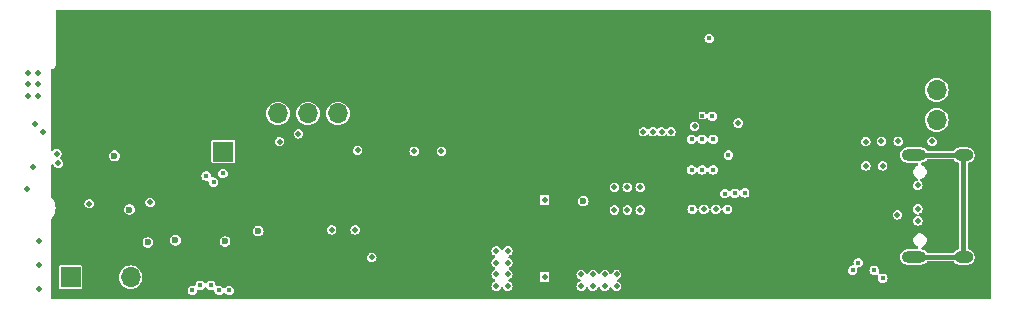
<source format=gbr>
%TF.GenerationSoftware,KiCad,Pcbnew,8.0.3*%
%TF.CreationDate,2024-06-27T20:48:53-04:00*%
%TF.ProjectId,charger-module,63686172-6765-4722-9d6d-6f64756c652e,v0.0.0*%
%TF.SameCoordinates,Original*%
%TF.FileFunction,Copper,L2,Inr*%
%TF.FilePolarity,Positive*%
%FSLAX46Y46*%
G04 Gerber Fmt 4.6, Leading zero omitted, Abs format (unit mm)*
G04 Created by KiCad (PCBNEW 8.0.3) date 2024-06-27 20:48:53*
%MOMM*%
%LPD*%
G01*
G04 APERTURE LIST*
%TA.AperFunction,ComponentPad*%
%ADD10O,2.100000X1.000000*%
%TD*%
%TA.AperFunction,ComponentPad*%
%ADD11O,1.600000X1.000000*%
%TD*%
%TA.AperFunction,ComponentPad*%
%ADD12R,1.700000X1.700000*%
%TD*%
%TA.AperFunction,ComponentPad*%
%ADD13O,1.700000X1.700000*%
%TD*%
%TA.AperFunction,ComponentPad*%
%ADD14C,6.000000*%
%TD*%
%TA.AperFunction,ViaPad*%
%ADD15C,0.500000*%
%TD*%
%TA.AperFunction,ViaPad*%
%ADD16C,0.600000*%
%TD*%
%TA.AperFunction,ViaPad*%
%ADD17C,0.450000*%
%TD*%
%TA.AperFunction,Conductor*%
%ADD18C,0.400000*%
%TD*%
G04 APERTURE END LIST*
D10*
%TO.N,Net-(J3-SHIELD)*%
%TO.C,J3*%
X82095000Y-21320000D03*
D11*
X86275000Y-21320000D03*
D10*
X82095000Y-12680000D03*
D11*
X86275000Y-12680000D03*
%TD*%
D12*
%TO.N,/RP2040/SWCLK*%
%TO.C,J6*%
X10670000Y-23030000D03*
D13*
%TO.N,GND*%
X13210000Y-23030000D03*
%TO.N,/RP2040/SWD*%
X15750000Y-23030000D03*
%TD*%
D12*
%TO.N,GND*%
%TO.C,J2*%
X84000000Y-4640000D03*
D13*
%TO.N,+5V*%
X84000000Y-7180000D03*
%TO.N,LED_DIN*%
X84000000Y-9720000D03*
%TD*%
D12*
%TO.N,/RP2040/~{USB_BOOT}*%
%TO.C,J4*%
X23600000Y-12400000D03*
D13*
%TO.N,GND*%
X21060000Y-12400000D03*
%TD*%
D14*
%TO.N,GND*%
%TO.C,H1*%
X13000000Y-4000000D03*
%TD*%
D12*
%TO.N,GND*%
%TO.C,J5*%
X35850000Y-9170000D03*
D13*
%TO.N,/RP2040/USB_D-*%
X33310000Y-9170000D03*
%TO.N,/RP2040/USB_D+*%
X30770000Y-9170000D03*
%TO.N,+5V*%
X28230000Y-9170000D03*
%TD*%
D15*
%TO.N,GND*%
X81000000Y-23500000D03*
D16*
X20350000Y-20600000D03*
D17*
X67340000Y-7960000D03*
D15*
X71000000Y-2000000D03*
X47600000Y-11110000D03*
X27950000Y-21300000D03*
X74000000Y-4000000D03*
X80000000Y-2000000D03*
X74000000Y-2000000D03*
X27000000Y-2000000D03*
X45000000Y-2000000D03*
D17*
X67900000Y-8540000D03*
D15*
X61090000Y-11980000D03*
X45500000Y-16000000D03*
D17*
X63740000Y-7895000D03*
D15*
X42000000Y-2000000D03*
X47000000Y-19000000D03*
X45500000Y-22000000D03*
X48000000Y-2000000D03*
D17*
X79750000Y-7750000D03*
D15*
X45500000Y-19000000D03*
X48550000Y-11110000D03*
D17*
X67340000Y-9130000D03*
X62450000Y-12315000D03*
X79750000Y-5750000D03*
D15*
X51000000Y-2000000D03*
D16*
X21650000Y-18000000D03*
X9630000Y-14570000D03*
D17*
X64850000Y-12315000D03*
D15*
X61050000Y-13450000D03*
X77000000Y-2000000D03*
X53280000Y-12090000D03*
X9250000Y-23000000D03*
X36000000Y-2000000D03*
D17*
X77500000Y-7750000D03*
X82000000Y-5750000D03*
D15*
X21000000Y-2000000D03*
X47600000Y-12090000D03*
D17*
X65570000Y-12685000D03*
D15*
X54210000Y-12070000D03*
X56640000Y-13500000D03*
X75300000Y-23500000D03*
D17*
X79570000Y-21814998D03*
D15*
X80000000Y-4000000D03*
X57000000Y-2000000D03*
D17*
X64130000Y-9380000D03*
D15*
X47580000Y-13110000D03*
X57420000Y-12130000D03*
D17*
X64050000Y-13040000D03*
D15*
X33000000Y-2000000D03*
D16*
X22975000Y-18000000D03*
D15*
X50590000Y-11120000D03*
X18000000Y-2000000D03*
X8000000Y-20000000D03*
D17*
X64050000Y-12315000D03*
D15*
X39000000Y-2000000D03*
X30000000Y-2000000D03*
D17*
X77500000Y-5750000D03*
D15*
X53280000Y-13100000D03*
X53290000Y-11110000D03*
X68000000Y-2000000D03*
X48550000Y-13110000D03*
X8000000Y-24000000D03*
D17*
X62450000Y-13040000D03*
X63300000Y-18230000D03*
D15*
X47000000Y-16000000D03*
X50590000Y-12080000D03*
X8310000Y-10720000D03*
D17*
X63250000Y-12315000D03*
D15*
X48540000Y-12080000D03*
X47000000Y-14000000D03*
X7700000Y-10100000D03*
D16*
X22975000Y-19275000D03*
X21650000Y-20600000D03*
X22975000Y-20600000D03*
D17*
X63250000Y-13040000D03*
D15*
X67300000Y-18260000D03*
X28605000Y-19700000D03*
X58940000Y-13525000D03*
D16*
X20350000Y-18000000D03*
D15*
X77000000Y-4000000D03*
X8000000Y-22000000D03*
X54000000Y-2000000D03*
D16*
X20350000Y-19275000D03*
D17*
X66300000Y-18230000D03*
D16*
X21650000Y-19275000D03*
D15*
X24000000Y-2000000D03*
X50580000Y-13100000D03*
X50800000Y-16470000D03*
D17*
X64850000Y-13040000D03*
X64548978Y-7895000D03*
D15*
X45500000Y-14000000D03*
X58940000Y-11880000D03*
X9250000Y-21000000D03*
D17*
%TO.N,IMON*%
X23250000Y-24150000D03*
D15*
X32780000Y-19025000D03*
%TO.N,VBUS*%
X58900000Y-17340000D03*
X58890000Y-15400000D03*
X56720000Y-15400000D03*
D17*
X63250000Y-13940000D03*
D15*
X57820000Y-17340000D03*
X57800000Y-15400000D03*
D17*
X65070000Y-13940000D03*
X64150000Y-13940000D03*
D15*
X56720000Y-17340000D03*
%TO.N,GNDUSB*%
X63500000Y-10250000D03*
X46700000Y-20800000D03*
X47700000Y-23800000D03*
X53900000Y-23800000D03*
X55900000Y-22800000D03*
X56900000Y-23800000D03*
X54900000Y-23800000D03*
X47700000Y-22800000D03*
X46700000Y-22800000D03*
X79330000Y-11530000D03*
X53900000Y-22800000D03*
X47700000Y-20800000D03*
X47700000Y-21800000D03*
X56900000Y-22800000D03*
X50800000Y-23020000D03*
X79430000Y-13610000D03*
X46700000Y-21800000D03*
X55900000Y-23800000D03*
X78000000Y-13610000D03*
X80750000Y-11530000D03*
X83610000Y-11540000D03*
X78000000Y-11550000D03*
X54900000Y-22800000D03*
X46700000Y-23800000D03*
%TO.N,D-*%
X65300000Y-17270000D03*
X80680000Y-17750000D03*
D17*
X76880000Y-22440000D03*
D15*
%TO.N,D+*%
X82400000Y-17250000D03*
D17*
X78718769Y-22448694D03*
D15*
X64300000Y-17270000D03*
D17*
%TO.N,CC1*%
X66300000Y-17270000D03*
D15*
X82400000Y-18250000D03*
D17*
X77360000Y-21800000D03*
D15*
%TO.N,CC2*%
X82400000Y-15250000D03*
D17*
X79441715Y-23105333D03*
X63300000Y-17270000D03*
%TO.N,LED_DIN*%
X23575000Y-14250000D03*
D15*
%TO.N,+5V*%
X39760000Y-12350000D03*
X29970000Y-10900000D03*
X7500000Y-13700000D03*
%TO.N,SCL*%
X9508211Y-12566789D03*
D17*
X67750000Y-15890000D03*
X22150000Y-14450000D03*
%TO.N,ENABLE*%
X20980000Y-24150000D03*
X66370000Y-12685000D03*
%TO.N,SDA*%
X22775000Y-14975000D03*
X66920958Y-15909008D03*
D15*
X9617157Y-13382843D03*
D17*
%TO.N,OVERLOAD*%
X21660000Y-23700000D03*
D15*
X12250000Y-16800000D03*
D17*
X66075000Y-15950000D03*
D15*
%TO.N,ALERT*%
X17400000Y-16700000D03*
X7000000Y-15550000D03*
%TO.N,Net-(Q1-G)*%
X67200000Y-9970000D03*
D17*
X64735000Y-2815000D03*
D15*
%TO.N,Net-(U1-GPIO1)*%
X34760000Y-19025000D03*
D17*
X65000000Y-9390000D03*
D15*
%TO.N,/EMI_VIN*%
X61500000Y-10710000D03*
X60710000Y-10710000D03*
D17*
X63250000Y-11350000D03*
D15*
X59180000Y-10710000D03*
X59960000Y-10710000D03*
D17*
X64150000Y-11350000D03*
X65070000Y-11350000D03*
D15*
%TO.N,+3V3*%
X42070000Y-12360000D03*
X28375000Y-11550000D03*
X34975000Y-12270000D03*
D16*
%TO.N,+1V1*%
X17220000Y-20090000D03*
X23750000Y-20000000D03*
X26557926Y-19109905D03*
X19550000Y-19900000D03*
D15*
%TO.N,/VIN_PREFUSE*%
X7100000Y-7650000D03*
X7100000Y-6650000D03*
X7900000Y-6650000D03*
X7100000Y-5700000D03*
X7900000Y-5700000D03*
X7900000Y-7650000D03*
D16*
%TO.N,VIN_DIVIDER*%
X15650000Y-17300000D03*
X14380000Y-12750000D03*
D17*
X22540000Y-23700000D03*
D16*
%TO.N,VOUT_DIVIDER*%
X54080000Y-16590000D03*
D17*
X24090000Y-24150000D03*
D15*
X36171992Y-21361992D03*
%TD*%
D18*
%TO.N,Net-(J3-SHIELD)*%
X86265000Y-21330000D02*
X82085000Y-21330000D01*
X86265000Y-12690000D02*
X86265000Y-21330000D01*
X82085000Y-12690000D02*
X86265000Y-12690000D01*
%TD*%
%TA.AperFunction,Conductor*%
%TO.N,GND*%
G36*
X88542539Y-420185D02*
G01*
X88588294Y-472989D01*
X88599500Y-524500D01*
X88599500Y-24775500D01*
X88579815Y-24842539D01*
X88527011Y-24888294D01*
X88475500Y-24899500D01*
X9124000Y-24899500D01*
X9056961Y-24879815D01*
X9011206Y-24827011D01*
X9000000Y-24775500D01*
X9000000Y-24149996D01*
X20574508Y-24149996D01*
X20574508Y-24150003D01*
X20594352Y-24275300D01*
X20594352Y-24275301D01*
X20594354Y-24275304D01*
X20651950Y-24388342D01*
X20651952Y-24388344D01*
X20651954Y-24388347D01*
X20741652Y-24478045D01*
X20741654Y-24478046D01*
X20741658Y-24478050D01*
X20854696Y-24535646D01*
X20854697Y-24535646D01*
X20854699Y-24535647D01*
X20979997Y-24555492D01*
X20980000Y-24555492D01*
X20980003Y-24555492D01*
X21105300Y-24535647D01*
X21105301Y-24535647D01*
X21105302Y-24535646D01*
X21105304Y-24535646D01*
X21218342Y-24478050D01*
X21308050Y-24388342D01*
X21365646Y-24275304D01*
X21379776Y-24186085D01*
X21409704Y-24122954D01*
X21469015Y-24086022D01*
X21524629Y-24086814D01*
X21525056Y-24084120D01*
X21659997Y-24105492D01*
X21660000Y-24105492D01*
X21660003Y-24105492D01*
X21785300Y-24085647D01*
X21785301Y-24085647D01*
X21785302Y-24085646D01*
X21785304Y-24085646D01*
X21898342Y-24028050D01*
X21988050Y-23938342D01*
X21989515Y-23935464D01*
X21992218Y-23932602D01*
X21993783Y-23930450D01*
X21994061Y-23930652D01*
X22037488Y-23884670D01*
X22105309Y-23867874D01*
X22171444Y-23890410D01*
X22206168Y-23930484D01*
X22206217Y-23930450D01*
X22206622Y-23931008D01*
X22210483Y-23935464D01*
X22211950Y-23938342D01*
X22211951Y-23938343D01*
X22211954Y-23938347D01*
X22301652Y-24028045D01*
X22301654Y-24028046D01*
X22301658Y-24028050D01*
X22414696Y-24085646D01*
X22414697Y-24085646D01*
X22414699Y-24085647D01*
X22539997Y-24105492D01*
X22540000Y-24105492D01*
X22540003Y-24105492D01*
X22665300Y-24085647D01*
X22665300Y-24085646D01*
X22665304Y-24085646D01*
X22669622Y-24083445D01*
X22738289Y-24070548D01*
X22803031Y-24096822D01*
X22843290Y-24153927D01*
X22848392Y-24174531D01*
X22864352Y-24275300D01*
X22864352Y-24275301D01*
X22864354Y-24275304D01*
X22921950Y-24388342D01*
X22921952Y-24388344D01*
X22921954Y-24388347D01*
X23011652Y-24478045D01*
X23011654Y-24478046D01*
X23011658Y-24478050D01*
X23124696Y-24535646D01*
X23124697Y-24535646D01*
X23124699Y-24535647D01*
X23249997Y-24555492D01*
X23250000Y-24555492D01*
X23250003Y-24555492D01*
X23375300Y-24535647D01*
X23375301Y-24535647D01*
X23375302Y-24535646D01*
X23375304Y-24535646D01*
X23488342Y-24478050D01*
X23488347Y-24478045D01*
X23582319Y-24384074D01*
X23643642Y-24350589D01*
X23713334Y-24355573D01*
X23757681Y-24384074D01*
X23851652Y-24478045D01*
X23851654Y-24478046D01*
X23851658Y-24478050D01*
X23964696Y-24535646D01*
X23964697Y-24535646D01*
X23964699Y-24535647D01*
X24089997Y-24555492D01*
X24090000Y-24555492D01*
X24090003Y-24555492D01*
X24215300Y-24535647D01*
X24215301Y-24535647D01*
X24215302Y-24535646D01*
X24215304Y-24535646D01*
X24328342Y-24478050D01*
X24418050Y-24388342D01*
X24475646Y-24275304D01*
X24475646Y-24275302D01*
X24475647Y-24275301D01*
X24475647Y-24275300D01*
X24495492Y-24150003D01*
X24495492Y-24149996D01*
X24475647Y-24024699D01*
X24475647Y-24024698D01*
X24457205Y-23988504D01*
X24418050Y-23911658D01*
X24418046Y-23911654D01*
X24418045Y-23911652D01*
X24328347Y-23821954D01*
X24328344Y-23821952D01*
X24328342Y-23821950D01*
X24215304Y-23764354D01*
X24215303Y-23764353D01*
X24215300Y-23764352D01*
X24090003Y-23744508D01*
X24089997Y-23744508D01*
X23964699Y-23764352D01*
X23964698Y-23764352D01*
X23894745Y-23799996D01*
X23851658Y-23821950D01*
X23851657Y-23821951D01*
X23851652Y-23821954D01*
X23757681Y-23915926D01*
X23696358Y-23949411D01*
X23626666Y-23944427D01*
X23582319Y-23915926D01*
X23488347Y-23821954D01*
X23488344Y-23821952D01*
X23488342Y-23821950D01*
X23375304Y-23764354D01*
X23375303Y-23764353D01*
X23375300Y-23764352D01*
X23250003Y-23744508D01*
X23249997Y-23744508D01*
X23124699Y-23764352D01*
X23124692Y-23764355D01*
X23120368Y-23766558D01*
X23051698Y-23779450D01*
X22986959Y-23753170D01*
X22946706Y-23696061D01*
X22941607Y-23675467D01*
X22925647Y-23574699D01*
X22925647Y-23574698D01*
X22919000Y-23561652D01*
X22868050Y-23461658D01*
X22868046Y-23461654D01*
X22868045Y-23461652D01*
X22778347Y-23371954D01*
X22778344Y-23371952D01*
X22778342Y-23371950D01*
X22665304Y-23314354D01*
X22665303Y-23314353D01*
X22665300Y-23314352D01*
X22540003Y-23294508D01*
X22539997Y-23294508D01*
X22414699Y-23314352D01*
X22414698Y-23314352D01*
X22339337Y-23352751D01*
X22301658Y-23371950D01*
X22301657Y-23371951D01*
X22301652Y-23371954D01*
X22211954Y-23461652D01*
X22211950Y-23461657D01*
X22210484Y-23464536D01*
X22207778Y-23467399D01*
X22206217Y-23469550D01*
X22205939Y-23469348D01*
X22162508Y-23515331D01*
X22094687Y-23532125D01*
X22028553Y-23509586D01*
X21993830Y-23469515D01*
X21993783Y-23469550D01*
X21993379Y-23468994D01*
X21989516Y-23464536D01*
X21988049Y-23461657D01*
X21988045Y-23461652D01*
X21898347Y-23371954D01*
X21898344Y-23371952D01*
X21898342Y-23371950D01*
X21785304Y-23314354D01*
X21785303Y-23314353D01*
X21785300Y-23314352D01*
X21660003Y-23294508D01*
X21659997Y-23294508D01*
X21534699Y-23314352D01*
X21534698Y-23314352D01*
X21459337Y-23352751D01*
X21421658Y-23371950D01*
X21421657Y-23371951D01*
X21421652Y-23371954D01*
X21331954Y-23461652D01*
X21331951Y-23461657D01*
X21331950Y-23461658D01*
X21326704Y-23471954D01*
X21274352Y-23574698D01*
X21260223Y-23663912D01*
X21230294Y-23727047D01*
X21170982Y-23763978D01*
X21115371Y-23763183D01*
X21114944Y-23765880D01*
X20980003Y-23744508D01*
X20979997Y-23744508D01*
X20854699Y-23764352D01*
X20854698Y-23764352D01*
X20784745Y-23799996D01*
X20741658Y-23821950D01*
X20741657Y-23821951D01*
X20741652Y-23821954D01*
X20651954Y-23911652D01*
X20651951Y-23911657D01*
X20651950Y-23911658D01*
X20639819Y-23935467D01*
X20594352Y-24024698D01*
X20594352Y-24024699D01*
X20574508Y-24149996D01*
X9000000Y-24149996D01*
X9000000Y-23894822D01*
X9669499Y-23894822D01*
X9678231Y-23938717D01*
X9678232Y-23938721D01*
X9678233Y-23938722D01*
X9711496Y-23988504D01*
X9761278Y-24021767D01*
X9761281Y-24021767D01*
X9761282Y-24021768D01*
X9805177Y-24030500D01*
X9805180Y-24030500D01*
X11534822Y-24030500D01*
X11578717Y-24021768D01*
X11578717Y-24021767D01*
X11578722Y-24021767D01*
X11628504Y-23988504D01*
X11661767Y-23938722D01*
X11661843Y-23938342D01*
X11670500Y-23894822D01*
X11670500Y-23030000D01*
X14744659Y-23030000D01*
X14763975Y-23226129D01*
X14763976Y-23226132D01*
X14818032Y-23404331D01*
X14821188Y-23414733D01*
X14914086Y-23588532D01*
X14914090Y-23588539D01*
X15039116Y-23740883D01*
X15191460Y-23865909D01*
X15191467Y-23865913D01*
X15365266Y-23958811D01*
X15365269Y-23958811D01*
X15365273Y-23958814D01*
X15553868Y-24016024D01*
X15750000Y-24035341D01*
X15946132Y-24016024D01*
X16134727Y-23958814D01*
X16172317Y-23938722D01*
X16222961Y-23911652D01*
X16308538Y-23865910D01*
X16460883Y-23740883D01*
X16585910Y-23588538D01*
X16648228Y-23471949D01*
X16678811Y-23414733D01*
X16678811Y-23414732D01*
X16678814Y-23414727D01*
X16736024Y-23226132D01*
X16755341Y-23030000D01*
X16736024Y-22833868D01*
X16678814Y-22645273D01*
X16678811Y-22645269D01*
X16678811Y-22645266D01*
X16585913Y-22471467D01*
X16585909Y-22471460D01*
X16460883Y-22319116D01*
X16308539Y-22194090D01*
X16308532Y-22194086D01*
X16134733Y-22101188D01*
X16134727Y-22101186D01*
X16008997Y-22063046D01*
X15946129Y-22043975D01*
X15750000Y-22024659D01*
X15553870Y-22043975D01*
X15365266Y-22101188D01*
X15191467Y-22194086D01*
X15191460Y-22194090D01*
X15039116Y-22319116D01*
X14914090Y-22471460D01*
X14914086Y-22471467D01*
X14821188Y-22645266D01*
X14763975Y-22833870D01*
X14744659Y-23030000D01*
X11670500Y-23030000D01*
X11670500Y-22165177D01*
X11661768Y-22121282D01*
X11661767Y-22121281D01*
X11661767Y-22121278D01*
X11628504Y-22071496D01*
X11602846Y-22054352D01*
X11578724Y-22038234D01*
X11578717Y-22038231D01*
X11534822Y-22029500D01*
X11534820Y-22029500D01*
X9805180Y-22029500D01*
X9805178Y-22029500D01*
X9761282Y-22038231D01*
X9761275Y-22038234D01*
X9711496Y-22071495D01*
X9711495Y-22071496D01*
X9678234Y-22121275D01*
X9678231Y-22121282D01*
X9669500Y-22165177D01*
X9669500Y-22165180D01*
X9669500Y-23894820D01*
X9669500Y-23894822D01*
X9669499Y-23894822D01*
X9000000Y-23894822D01*
X9000000Y-21361988D01*
X35766500Y-21361988D01*
X35766500Y-21361995D01*
X35786344Y-21487292D01*
X35786344Y-21487293D01*
X35786346Y-21487296D01*
X35843942Y-21600334D01*
X35843944Y-21600336D01*
X35843946Y-21600339D01*
X35933644Y-21690037D01*
X35933646Y-21690038D01*
X35933650Y-21690042D01*
X36046688Y-21747638D01*
X36046689Y-21747638D01*
X36046691Y-21747639D01*
X36171989Y-21767484D01*
X36171992Y-21767484D01*
X36171995Y-21767484D01*
X36297292Y-21747639D01*
X36297293Y-21747639D01*
X36297294Y-21747638D01*
X36297296Y-21747638D01*
X36410334Y-21690042D01*
X36500042Y-21600334D01*
X36557638Y-21487296D01*
X36557638Y-21487294D01*
X36557639Y-21487293D01*
X36557639Y-21487292D01*
X36577484Y-21361995D01*
X36577484Y-21361988D01*
X36557639Y-21236691D01*
X36557639Y-21236690D01*
X36557638Y-21236688D01*
X36500042Y-21123650D01*
X36500038Y-21123646D01*
X36500037Y-21123644D01*
X36410339Y-21033946D01*
X36410336Y-21033944D01*
X36410334Y-21033942D01*
X36297296Y-20976346D01*
X36297295Y-20976345D01*
X36297292Y-20976344D01*
X36171995Y-20956500D01*
X36171989Y-20956500D01*
X36046691Y-20976344D01*
X36046690Y-20976344D01*
X35976976Y-21011866D01*
X35933650Y-21033942D01*
X35933649Y-21033943D01*
X35933644Y-21033946D01*
X35843946Y-21123644D01*
X35843943Y-21123649D01*
X35843942Y-21123650D01*
X35840577Y-21130255D01*
X35786344Y-21236690D01*
X35786344Y-21236691D01*
X35766500Y-21361988D01*
X9000000Y-21361988D01*
X9000000Y-20799996D01*
X46294508Y-20799996D01*
X46294508Y-20800003D01*
X46314352Y-20925300D01*
X46314352Y-20925301D01*
X46314354Y-20925304D01*
X46371950Y-21038342D01*
X46371952Y-21038344D01*
X46371954Y-21038347D01*
X46461652Y-21128045D01*
X46461655Y-21128047D01*
X46461658Y-21128050D01*
X46514845Y-21155150D01*
X46582290Y-21189516D01*
X46633085Y-21237490D01*
X46649880Y-21305311D01*
X46627342Y-21371446D01*
X46582290Y-21410484D01*
X46461659Y-21471949D01*
X46461652Y-21471954D01*
X46371954Y-21561652D01*
X46371951Y-21561657D01*
X46371950Y-21561658D01*
X46352751Y-21599337D01*
X46314352Y-21674698D01*
X46314352Y-21674699D01*
X46294508Y-21799996D01*
X46294508Y-21800003D01*
X46314352Y-21925300D01*
X46314352Y-21925301D01*
X46314354Y-21925304D01*
X46371950Y-22038342D01*
X46371952Y-22038344D01*
X46371954Y-22038347D01*
X46461652Y-22128045D01*
X46461655Y-22128047D01*
X46461658Y-22128050D01*
X46514845Y-22155150D01*
X46582290Y-22189516D01*
X46633085Y-22237490D01*
X46649880Y-22305311D01*
X46627342Y-22371446D01*
X46582290Y-22410484D01*
X46461659Y-22471949D01*
X46461652Y-22471954D01*
X46371954Y-22561652D01*
X46371951Y-22561657D01*
X46371950Y-22561658D01*
X46364326Y-22576621D01*
X46314352Y-22674698D01*
X46314352Y-22674699D01*
X46294508Y-22799996D01*
X46294508Y-22800003D01*
X46314352Y-22925300D01*
X46314352Y-22925301D01*
X46314354Y-22925304D01*
X46371950Y-23038342D01*
X46371952Y-23038344D01*
X46371954Y-23038347D01*
X46461652Y-23128045D01*
X46461655Y-23128047D01*
X46461658Y-23128050D01*
X46514845Y-23155150D01*
X46582290Y-23189516D01*
X46633085Y-23237490D01*
X46649880Y-23305311D01*
X46627342Y-23371446D01*
X46582290Y-23410484D01*
X46461659Y-23471949D01*
X46461652Y-23471954D01*
X46371954Y-23561652D01*
X46371951Y-23561657D01*
X46371950Y-23561658D01*
X46352751Y-23599337D01*
X46314352Y-23674698D01*
X46314352Y-23674699D01*
X46294508Y-23799996D01*
X46294508Y-23800003D01*
X46314352Y-23925300D01*
X46314352Y-23925301D01*
X46326637Y-23949411D01*
X46371950Y-24038342D01*
X46371952Y-24038344D01*
X46371954Y-24038347D01*
X46461652Y-24128045D01*
X46461654Y-24128046D01*
X46461658Y-24128050D01*
X46574696Y-24185646D01*
X46574697Y-24185646D01*
X46574699Y-24185647D01*
X46699997Y-24205492D01*
X46700000Y-24205492D01*
X46700003Y-24205492D01*
X46825300Y-24185647D01*
X46825301Y-24185647D01*
X46825302Y-24185646D01*
X46825304Y-24185646D01*
X46938342Y-24128050D01*
X47028050Y-24038342D01*
X47085646Y-23925304D01*
X47085646Y-23925302D01*
X47089515Y-23917710D01*
X47137490Y-23866914D01*
X47205311Y-23850119D01*
X47271446Y-23872657D01*
X47310485Y-23917710D01*
X47314353Y-23925302D01*
X47314354Y-23925304D01*
X47371950Y-24038342D01*
X47371952Y-24038344D01*
X47371954Y-24038347D01*
X47461652Y-24128045D01*
X47461654Y-24128046D01*
X47461658Y-24128050D01*
X47574696Y-24185646D01*
X47574697Y-24185646D01*
X47574699Y-24185647D01*
X47699997Y-24205492D01*
X47700000Y-24205492D01*
X47700003Y-24205492D01*
X47825300Y-24185647D01*
X47825301Y-24185647D01*
X47825302Y-24185646D01*
X47825304Y-24185646D01*
X47938342Y-24128050D01*
X48028050Y-24038342D01*
X48085646Y-23925304D01*
X48085646Y-23925302D01*
X48085647Y-23925301D01*
X48085647Y-23925300D01*
X48105492Y-23800003D01*
X48105492Y-23799996D01*
X48085647Y-23674699D01*
X48085647Y-23674698D01*
X48080151Y-23663912D01*
X48028050Y-23561658D01*
X48028046Y-23561654D01*
X48028045Y-23561652D01*
X47938347Y-23471954D01*
X47938344Y-23471952D01*
X47938342Y-23471950D01*
X47825304Y-23414354D01*
X47825302Y-23414353D01*
X47817710Y-23410485D01*
X47766914Y-23362510D01*
X47750119Y-23294689D01*
X47772657Y-23228554D01*
X47817710Y-23189515D01*
X47825302Y-23185646D01*
X47825304Y-23185646D01*
X47938342Y-23128050D01*
X48028050Y-23038342D01*
X48037397Y-23019998D01*
X50394508Y-23019998D01*
X50394508Y-23020000D01*
X50398473Y-23045033D01*
X50400000Y-23064432D01*
X50400000Y-23400000D01*
X50637680Y-23400000D01*
X50665024Y-23404331D01*
X50665058Y-23404120D01*
X50799998Y-23425492D01*
X50800000Y-23425492D01*
X50800002Y-23425492D01*
X50934942Y-23404120D01*
X50934975Y-23404331D01*
X50962320Y-23400000D01*
X51200000Y-23400000D01*
X51200000Y-23064432D01*
X51201527Y-23045033D01*
X51205492Y-23020000D01*
X51205492Y-23019998D01*
X51201527Y-22994965D01*
X51200000Y-22975567D01*
X51200000Y-22799996D01*
X53494508Y-22799996D01*
X53494508Y-22800003D01*
X53514352Y-22925300D01*
X53514352Y-22925301D01*
X53514354Y-22925304D01*
X53571950Y-23038342D01*
X53571952Y-23038344D01*
X53571954Y-23038347D01*
X53661652Y-23128045D01*
X53661655Y-23128047D01*
X53661658Y-23128050D01*
X53714845Y-23155150D01*
X53782290Y-23189516D01*
X53833085Y-23237490D01*
X53849880Y-23305311D01*
X53827342Y-23371446D01*
X53782290Y-23410484D01*
X53661659Y-23471949D01*
X53661652Y-23471954D01*
X53571954Y-23561652D01*
X53571951Y-23561657D01*
X53571950Y-23561658D01*
X53552751Y-23599337D01*
X53514352Y-23674698D01*
X53514352Y-23674699D01*
X53494508Y-23799996D01*
X53494508Y-23800003D01*
X53514352Y-23925300D01*
X53514352Y-23925301D01*
X53526637Y-23949411D01*
X53571950Y-24038342D01*
X53571952Y-24038344D01*
X53571954Y-24038347D01*
X53661652Y-24128045D01*
X53661654Y-24128046D01*
X53661658Y-24128050D01*
X53774696Y-24185646D01*
X53774697Y-24185646D01*
X53774699Y-24185647D01*
X53899997Y-24205492D01*
X53900000Y-24205492D01*
X53900003Y-24205492D01*
X54025300Y-24185647D01*
X54025301Y-24185647D01*
X54025302Y-24185646D01*
X54025304Y-24185646D01*
X54138342Y-24128050D01*
X54228050Y-24038342D01*
X54285646Y-23925304D01*
X54285646Y-23925302D01*
X54289515Y-23917710D01*
X54337490Y-23866914D01*
X54405311Y-23850119D01*
X54471446Y-23872657D01*
X54510485Y-23917710D01*
X54514353Y-23925302D01*
X54514354Y-23925304D01*
X54571950Y-24038342D01*
X54571952Y-24038344D01*
X54571954Y-24038347D01*
X54661652Y-24128045D01*
X54661654Y-24128046D01*
X54661658Y-24128050D01*
X54774696Y-24185646D01*
X54774697Y-24185646D01*
X54774699Y-24185647D01*
X54899997Y-24205492D01*
X54900000Y-24205492D01*
X54900003Y-24205492D01*
X55025300Y-24185647D01*
X55025301Y-24185647D01*
X55025302Y-24185646D01*
X55025304Y-24185646D01*
X55138342Y-24128050D01*
X55228050Y-24038342D01*
X55285646Y-23925304D01*
X55285646Y-23925302D01*
X55289515Y-23917710D01*
X55337490Y-23866914D01*
X55405311Y-23850119D01*
X55471446Y-23872657D01*
X55510485Y-23917710D01*
X55514353Y-23925302D01*
X55514354Y-23925304D01*
X55571950Y-24038342D01*
X55571952Y-24038344D01*
X55571954Y-24038347D01*
X55661652Y-24128045D01*
X55661654Y-24128046D01*
X55661658Y-24128050D01*
X55774696Y-24185646D01*
X55774697Y-24185646D01*
X55774699Y-24185647D01*
X55899997Y-24205492D01*
X55900000Y-24205492D01*
X55900003Y-24205492D01*
X56025300Y-24185647D01*
X56025301Y-24185647D01*
X56025302Y-24185646D01*
X56025304Y-24185646D01*
X56138342Y-24128050D01*
X56228050Y-24038342D01*
X56285646Y-23925304D01*
X56285646Y-23925302D01*
X56289515Y-23917710D01*
X56337490Y-23866914D01*
X56405311Y-23850119D01*
X56471446Y-23872657D01*
X56510485Y-23917710D01*
X56514353Y-23925302D01*
X56514354Y-23925304D01*
X56571950Y-24038342D01*
X56571952Y-24038344D01*
X56571954Y-24038347D01*
X56661652Y-24128045D01*
X56661654Y-24128046D01*
X56661658Y-24128050D01*
X56774696Y-24185646D01*
X56774697Y-24185646D01*
X56774699Y-24185647D01*
X56899997Y-24205492D01*
X56900000Y-24205492D01*
X56900003Y-24205492D01*
X57025300Y-24185647D01*
X57025301Y-24185647D01*
X57025302Y-24185646D01*
X57025304Y-24185646D01*
X57138342Y-24128050D01*
X57228050Y-24038342D01*
X57285646Y-23925304D01*
X57285646Y-23925302D01*
X57285647Y-23925301D01*
X57285647Y-23925300D01*
X57305492Y-23800003D01*
X57305492Y-23799996D01*
X57285647Y-23674699D01*
X57285647Y-23674698D01*
X57280151Y-23663912D01*
X57228050Y-23561658D01*
X57228046Y-23561654D01*
X57228045Y-23561652D01*
X57138347Y-23471954D01*
X57138344Y-23471952D01*
X57138342Y-23471950D01*
X57025304Y-23414354D01*
X57025302Y-23414353D01*
X57017710Y-23410485D01*
X56966914Y-23362510D01*
X56950119Y-23294689D01*
X56972657Y-23228554D01*
X57017710Y-23189515D01*
X57025302Y-23185646D01*
X57025304Y-23185646D01*
X57138342Y-23128050D01*
X57228050Y-23038342D01*
X57285646Y-22925304D01*
X57285646Y-22925302D01*
X57285647Y-22925301D01*
X57285647Y-22925300D01*
X57305492Y-22800003D01*
X57305492Y-22799996D01*
X57285647Y-22674699D01*
X57285647Y-22674698D01*
X57270654Y-22645273D01*
X57228050Y-22561658D01*
X57228046Y-22561654D01*
X57228045Y-22561652D01*
X57138347Y-22471954D01*
X57138344Y-22471952D01*
X57138342Y-22471950D01*
X57075629Y-22439996D01*
X76474508Y-22439996D01*
X76474508Y-22440003D01*
X76494352Y-22565300D01*
X76494352Y-22565301D01*
X76500120Y-22576621D01*
X76551950Y-22678342D01*
X76551952Y-22678344D01*
X76551954Y-22678347D01*
X76641652Y-22768045D01*
X76641654Y-22768046D01*
X76641658Y-22768050D01*
X76754696Y-22825646D01*
X76754697Y-22825646D01*
X76754699Y-22825647D01*
X76879997Y-22845492D01*
X76880000Y-22845492D01*
X76880003Y-22845492D01*
X77005300Y-22825647D01*
X77005301Y-22825647D01*
X77005302Y-22825646D01*
X77005304Y-22825646D01*
X77118342Y-22768050D01*
X77208050Y-22678342D01*
X77265646Y-22565304D01*
X77265646Y-22565302D01*
X77265647Y-22565301D01*
X77265647Y-22565300D01*
X77284116Y-22448690D01*
X78313277Y-22448690D01*
X78313277Y-22448697D01*
X78333121Y-22573994D01*
X78333121Y-22573995D01*
X78333123Y-22573998D01*
X78390719Y-22687036D01*
X78390721Y-22687038D01*
X78390723Y-22687041D01*
X78480421Y-22776739D01*
X78480423Y-22776740D01*
X78480427Y-22776744D01*
X78593465Y-22834340D01*
X78593466Y-22834340D01*
X78593468Y-22834341D01*
X78718766Y-22854186D01*
X78718769Y-22854186D01*
X78718772Y-22854186D01*
X78844069Y-22834341D01*
X78844071Y-22834340D01*
X78844073Y-22834340D01*
X78890630Y-22810617D01*
X78959298Y-22797721D01*
X79024039Y-22823997D01*
X79064296Y-22881103D01*
X79067289Y-22950908D01*
X79057411Y-22977394D01*
X79056069Y-22980027D01*
X79056067Y-22980032D01*
X79036223Y-23105329D01*
X79036223Y-23105336D01*
X79056067Y-23230633D01*
X79056067Y-23230634D01*
X79074520Y-23266850D01*
X79113665Y-23343675D01*
X79113667Y-23343677D01*
X79113669Y-23343680D01*
X79203367Y-23433378D01*
X79203369Y-23433379D01*
X79203373Y-23433383D01*
X79316411Y-23490979D01*
X79316412Y-23490979D01*
X79316414Y-23490980D01*
X79441712Y-23510825D01*
X79441715Y-23510825D01*
X79441718Y-23510825D01*
X79567015Y-23490980D01*
X79567016Y-23490980D01*
X79567017Y-23490979D01*
X79567019Y-23490979D01*
X79680057Y-23433383D01*
X79769765Y-23343675D01*
X79827361Y-23230637D01*
X79827361Y-23230635D01*
X79827362Y-23230634D01*
X79827362Y-23230633D01*
X79847207Y-23105336D01*
X79847207Y-23105329D01*
X79827362Y-22980032D01*
X79827362Y-22980031D01*
X79812523Y-22950908D01*
X79769765Y-22866991D01*
X79769761Y-22866987D01*
X79769760Y-22866985D01*
X79680062Y-22777287D01*
X79680059Y-22777285D01*
X79680057Y-22777283D01*
X79567019Y-22719687D01*
X79567018Y-22719686D01*
X79567015Y-22719685D01*
X79441718Y-22699841D01*
X79441712Y-22699841D01*
X79316414Y-22719685D01*
X79316410Y-22719687D01*
X79269852Y-22743409D01*
X79201182Y-22756305D01*
X79136442Y-22730028D01*
X79096186Y-22672921D01*
X79093194Y-22603115D01*
X79103076Y-22576624D01*
X79104415Y-22573998D01*
X79105792Y-22565304D01*
X79124261Y-22448697D01*
X79124261Y-22448690D01*
X79104416Y-22323393D01*
X79104415Y-22323391D01*
X79104415Y-22323390D01*
X79046819Y-22210352D01*
X79046815Y-22210348D01*
X79046814Y-22210346D01*
X78957116Y-22120648D01*
X78957113Y-22120646D01*
X78957111Y-22120644D01*
X78844073Y-22063048D01*
X78844072Y-22063047D01*
X78844069Y-22063046D01*
X78718772Y-22043202D01*
X78718766Y-22043202D01*
X78593468Y-22063046D01*
X78593467Y-22063046D01*
X78523555Y-22098669D01*
X78480427Y-22120644D01*
X78480426Y-22120645D01*
X78480421Y-22120648D01*
X78390723Y-22210346D01*
X78390720Y-22210351D01*
X78390719Y-22210352D01*
X78361349Y-22267991D01*
X78333121Y-22323393D01*
X78313277Y-22448690D01*
X77284116Y-22448690D01*
X77285492Y-22440003D01*
X77285492Y-22439997D01*
X77270480Y-22345216D01*
X77279435Y-22275922D01*
X77324431Y-22222471D01*
X77373551Y-22203345D01*
X77485304Y-22185646D01*
X77598342Y-22128050D01*
X77688050Y-22038342D01*
X77745646Y-21925304D01*
X77745646Y-21925302D01*
X77745647Y-21925301D01*
X77745647Y-21925300D01*
X77765492Y-21800003D01*
X77765492Y-21799996D01*
X77745647Y-21674699D01*
X77745647Y-21674698D01*
X77745646Y-21674696D01*
X77688050Y-21561658D01*
X77688046Y-21561654D01*
X77688045Y-21561652D01*
X77598347Y-21471954D01*
X77598344Y-21471952D01*
X77598342Y-21471950D01*
X77485304Y-21414354D01*
X77485303Y-21414353D01*
X77485300Y-21414352D01*
X77360003Y-21394508D01*
X77359997Y-21394508D01*
X77234699Y-21414352D01*
X77234698Y-21414352D01*
X77159337Y-21452751D01*
X77121658Y-21471950D01*
X77121657Y-21471951D01*
X77121652Y-21471954D01*
X77031954Y-21561652D01*
X77031951Y-21561657D01*
X77031950Y-21561658D01*
X77012751Y-21599337D01*
X76974352Y-21674698D01*
X76974352Y-21674699D01*
X76954508Y-21799996D01*
X76954508Y-21799997D01*
X76954508Y-21800000D01*
X76962446Y-21850119D01*
X76969520Y-21894784D01*
X76960564Y-21964077D01*
X76915567Y-22017529D01*
X76866444Y-22036654D01*
X76754698Y-22054352D01*
X76679337Y-22092751D01*
X76641658Y-22111950D01*
X76641657Y-22111951D01*
X76641652Y-22111954D01*
X76551954Y-22201652D01*
X76551951Y-22201657D01*
X76551950Y-22201658D01*
X76541345Y-22222471D01*
X76494352Y-22314698D01*
X76494352Y-22314699D01*
X76474508Y-22439996D01*
X57075629Y-22439996D01*
X57025304Y-22414354D01*
X57025303Y-22414353D01*
X57025300Y-22414352D01*
X56900003Y-22394508D01*
X56899997Y-22394508D01*
X56774699Y-22414352D01*
X56774698Y-22414352D01*
X56724357Y-22440003D01*
X56661658Y-22471950D01*
X56661657Y-22471951D01*
X56661652Y-22471954D01*
X56571954Y-22561652D01*
X56571949Y-22561659D01*
X56510484Y-22682290D01*
X56462510Y-22733085D01*
X56394689Y-22749880D01*
X56328554Y-22727342D01*
X56289516Y-22682290D01*
X56235674Y-22576621D01*
X56228050Y-22561658D01*
X56228047Y-22561655D01*
X56228045Y-22561652D01*
X56138347Y-22471954D01*
X56138344Y-22471952D01*
X56138342Y-22471950D01*
X56025304Y-22414354D01*
X56025303Y-22414353D01*
X56025300Y-22414352D01*
X55900003Y-22394508D01*
X55899997Y-22394508D01*
X55774699Y-22414352D01*
X55774698Y-22414352D01*
X55724357Y-22440003D01*
X55661658Y-22471950D01*
X55661657Y-22471951D01*
X55661652Y-22471954D01*
X55571954Y-22561652D01*
X55571949Y-22561659D01*
X55510484Y-22682290D01*
X55462510Y-22733085D01*
X55394689Y-22749880D01*
X55328554Y-22727342D01*
X55289516Y-22682290D01*
X55235674Y-22576621D01*
X55228050Y-22561658D01*
X55228047Y-22561655D01*
X55228045Y-22561652D01*
X55138347Y-22471954D01*
X55138344Y-22471952D01*
X55138342Y-22471950D01*
X55025304Y-22414354D01*
X55025303Y-22414353D01*
X55025300Y-22414352D01*
X54900003Y-22394508D01*
X54899997Y-22394508D01*
X54774699Y-22414352D01*
X54774698Y-22414352D01*
X54724357Y-22440003D01*
X54661658Y-22471950D01*
X54661657Y-22471951D01*
X54661652Y-22471954D01*
X54571954Y-22561652D01*
X54571949Y-22561659D01*
X54510484Y-22682290D01*
X54462510Y-22733085D01*
X54394689Y-22749880D01*
X54328554Y-22727342D01*
X54289516Y-22682290D01*
X54235674Y-22576621D01*
X54228050Y-22561658D01*
X54228047Y-22561655D01*
X54228045Y-22561652D01*
X54138347Y-22471954D01*
X54138344Y-22471952D01*
X54138342Y-22471950D01*
X54025304Y-22414354D01*
X54025303Y-22414353D01*
X54025300Y-22414352D01*
X53900003Y-22394508D01*
X53899997Y-22394508D01*
X53774699Y-22414352D01*
X53774698Y-22414352D01*
X53724357Y-22440003D01*
X53661658Y-22471950D01*
X53661657Y-22471951D01*
X53661652Y-22471954D01*
X53571954Y-22561652D01*
X53571951Y-22561657D01*
X53571950Y-22561658D01*
X53564326Y-22576621D01*
X53514352Y-22674698D01*
X53514352Y-22674699D01*
X53494508Y-22799996D01*
X51200000Y-22799996D01*
X51200000Y-22600000D01*
X50400000Y-22600000D01*
X50400000Y-22975567D01*
X50398473Y-22994965D01*
X50394508Y-23019998D01*
X48037397Y-23019998D01*
X48085646Y-22925304D01*
X48085646Y-22925302D01*
X48085647Y-22925301D01*
X48085647Y-22925300D01*
X48105492Y-22800003D01*
X48105492Y-22799996D01*
X48085647Y-22674699D01*
X48085647Y-22674698D01*
X48070654Y-22645273D01*
X48028050Y-22561658D01*
X48028046Y-22561654D01*
X48028045Y-22561652D01*
X47938347Y-22471954D01*
X47938344Y-22471952D01*
X47938342Y-22471950D01*
X47825304Y-22414354D01*
X47825302Y-22414353D01*
X47817710Y-22410485D01*
X47766914Y-22362510D01*
X47750119Y-22294689D01*
X47772657Y-22228554D01*
X47817710Y-22189515D01*
X47825302Y-22185646D01*
X47825304Y-22185646D01*
X47938342Y-22128050D01*
X48028050Y-22038342D01*
X48085646Y-21925304D01*
X48085646Y-21925302D01*
X48085647Y-21925301D01*
X48085647Y-21925300D01*
X48105492Y-21800003D01*
X48105492Y-21799996D01*
X48085647Y-21674699D01*
X48085647Y-21674698D01*
X48085646Y-21674696D01*
X48028050Y-21561658D01*
X48028046Y-21561654D01*
X48028045Y-21561652D01*
X47938347Y-21471954D01*
X47938344Y-21471952D01*
X47938342Y-21471950D01*
X47825304Y-21414354D01*
X47825302Y-21414353D01*
X47817710Y-21410485D01*
X47766914Y-21362510D01*
X47750119Y-21294689D01*
X47772657Y-21228554D01*
X47817710Y-21189515D01*
X47825302Y-21185646D01*
X47825304Y-21185646D01*
X47938342Y-21128050D01*
X48028050Y-21038342D01*
X48085646Y-20925304D01*
X48085646Y-20925302D01*
X48085647Y-20925301D01*
X48085647Y-20925300D01*
X48105492Y-20800003D01*
X48105492Y-20799996D01*
X48085647Y-20674699D01*
X48085647Y-20674698D01*
X48074223Y-20652277D01*
X48028050Y-20561658D01*
X48028046Y-20561654D01*
X48028045Y-20561652D01*
X47938347Y-20471954D01*
X47938344Y-20471952D01*
X47938342Y-20471950D01*
X47825304Y-20414354D01*
X47825303Y-20414353D01*
X47825300Y-20414352D01*
X47700003Y-20394508D01*
X47699997Y-20394508D01*
X47574699Y-20414352D01*
X47574698Y-20414352D01*
X47536205Y-20433966D01*
X47461658Y-20471950D01*
X47461657Y-20471951D01*
X47461652Y-20471954D01*
X47371954Y-20561652D01*
X47371949Y-20561659D01*
X47310484Y-20682290D01*
X47262510Y-20733085D01*
X47194689Y-20749880D01*
X47128554Y-20727342D01*
X47089516Y-20682290D01*
X47030785Y-20567026D01*
X47028050Y-20561658D01*
X47028047Y-20561655D01*
X47028045Y-20561652D01*
X46938347Y-20471954D01*
X46938344Y-20471952D01*
X46938342Y-20471950D01*
X46825304Y-20414354D01*
X46825303Y-20414353D01*
X46825300Y-20414352D01*
X46700003Y-20394508D01*
X46699997Y-20394508D01*
X46574699Y-20414352D01*
X46574698Y-20414352D01*
X46536205Y-20433966D01*
X46461658Y-20471950D01*
X46461657Y-20471951D01*
X46461652Y-20471954D01*
X46371954Y-20561652D01*
X46371951Y-20561657D01*
X46371950Y-20561658D01*
X46369215Y-20567026D01*
X46314352Y-20674698D01*
X46314352Y-20674699D01*
X46294508Y-20799996D01*
X9000000Y-20799996D01*
X9000000Y-20090000D01*
X16764867Y-20090000D01*
X16783302Y-20218225D01*
X16827044Y-20314004D01*
X16837118Y-20336063D01*
X16910624Y-20420895D01*
X16919487Y-20431124D01*
X16921951Y-20433967D01*
X17030931Y-20504004D01*
X17155225Y-20540499D01*
X17155227Y-20540500D01*
X17155228Y-20540500D01*
X17284773Y-20540500D01*
X17284773Y-20540499D01*
X17409069Y-20504004D01*
X17518049Y-20433967D01*
X17602882Y-20336063D01*
X17656697Y-20218226D01*
X17675133Y-20090000D01*
X17656697Y-19961774D01*
X17628485Y-19900000D01*
X19094867Y-19900000D01*
X19113302Y-20028225D01*
X19158972Y-20128226D01*
X19167118Y-20146063D01*
X19229646Y-20218225D01*
X19251428Y-20243364D01*
X19251951Y-20243967D01*
X19360931Y-20314004D01*
X19485225Y-20350499D01*
X19485227Y-20350500D01*
X19485228Y-20350500D01*
X19614773Y-20350500D01*
X19614773Y-20350499D01*
X19739069Y-20314004D01*
X19848049Y-20243967D01*
X19932882Y-20146063D01*
X19986697Y-20028226D01*
X19990755Y-20000000D01*
X23294867Y-20000000D01*
X23313302Y-20128225D01*
X23354405Y-20218226D01*
X23367118Y-20246063D01*
X23425988Y-20314004D01*
X23445100Y-20336061D01*
X23451951Y-20343967D01*
X23560931Y-20414004D01*
X23651402Y-20440568D01*
X23685225Y-20450499D01*
X23685227Y-20450500D01*
X23685228Y-20450500D01*
X23814773Y-20450500D01*
X23814773Y-20450499D01*
X23939069Y-20414004D01*
X24048049Y-20343967D01*
X24132882Y-20246063D01*
X24186697Y-20128226D01*
X24205133Y-20000000D01*
X24186697Y-19871774D01*
X24132882Y-19753937D01*
X24048049Y-19656033D01*
X23939069Y-19585996D01*
X23939065Y-19585994D01*
X23939064Y-19585994D01*
X23814774Y-19549500D01*
X23814772Y-19549500D01*
X23685228Y-19549500D01*
X23685226Y-19549500D01*
X23560935Y-19585994D01*
X23560932Y-19585995D01*
X23560931Y-19585996D01*
X23509677Y-19618934D01*
X23451950Y-19656033D01*
X23367118Y-19753937D01*
X23367117Y-19753938D01*
X23313302Y-19871774D01*
X23294867Y-20000000D01*
X19990755Y-20000000D01*
X20005133Y-19900000D01*
X19986697Y-19771774D01*
X19932882Y-19653937D01*
X19848049Y-19556033D01*
X19739069Y-19485996D01*
X19739065Y-19485994D01*
X19739064Y-19485994D01*
X19614774Y-19449500D01*
X19614772Y-19449500D01*
X19485228Y-19449500D01*
X19485226Y-19449500D01*
X19360935Y-19485994D01*
X19360932Y-19485995D01*
X19360931Y-19485996D01*
X19309677Y-19518934D01*
X19251950Y-19556033D01*
X19167118Y-19653937D01*
X19167117Y-19653938D01*
X19113302Y-19771774D01*
X19094867Y-19900000D01*
X17628485Y-19900000D01*
X17602882Y-19843937D01*
X17518049Y-19746033D01*
X17409069Y-19675996D01*
X17409065Y-19675994D01*
X17409064Y-19675994D01*
X17284774Y-19639500D01*
X17284772Y-19639500D01*
X17155228Y-19639500D01*
X17155226Y-19639500D01*
X17030935Y-19675994D01*
X17030932Y-19675995D01*
X17030931Y-19675996D01*
X16979677Y-19708934D01*
X16921950Y-19746033D01*
X16837118Y-19843937D01*
X16837117Y-19843938D01*
X16783302Y-19961774D01*
X16764867Y-20090000D01*
X9000000Y-20090000D01*
X9000000Y-19109905D01*
X26102793Y-19109905D01*
X26121228Y-19238130D01*
X26156106Y-19314500D01*
X26175044Y-19355968D01*
X26259877Y-19453872D01*
X26368857Y-19523909D01*
X26478264Y-19556033D01*
X26493151Y-19560404D01*
X26493153Y-19560405D01*
X26493154Y-19560405D01*
X26622699Y-19560405D01*
X26622699Y-19560404D01*
X26746995Y-19523909D01*
X26855975Y-19453872D01*
X26940808Y-19355968D01*
X26994623Y-19238131D01*
X27013059Y-19109905D01*
X27000851Y-19024996D01*
X32374508Y-19024996D01*
X32374508Y-19025003D01*
X32394352Y-19150300D01*
X32394352Y-19150301D01*
X32394354Y-19150304D01*
X32451950Y-19263342D01*
X32451952Y-19263344D01*
X32451954Y-19263347D01*
X32541652Y-19353045D01*
X32541654Y-19353046D01*
X32541658Y-19353050D01*
X32654696Y-19410646D01*
X32654697Y-19410646D01*
X32654699Y-19410647D01*
X32779997Y-19430492D01*
X32780000Y-19430492D01*
X32780003Y-19430492D01*
X32905300Y-19410647D01*
X32905301Y-19410647D01*
X32905302Y-19410646D01*
X32905304Y-19410646D01*
X33018342Y-19353050D01*
X33108050Y-19263342D01*
X33165646Y-19150304D01*
X33165646Y-19150302D01*
X33165647Y-19150301D01*
X33165647Y-19150300D01*
X33185492Y-19025003D01*
X33185492Y-19024996D01*
X34354508Y-19024996D01*
X34354508Y-19025003D01*
X34374352Y-19150300D01*
X34374352Y-19150301D01*
X34374354Y-19150304D01*
X34431950Y-19263342D01*
X34431952Y-19263344D01*
X34431954Y-19263347D01*
X34521652Y-19353045D01*
X34521654Y-19353046D01*
X34521658Y-19353050D01*
X34634696Y-19410646D01*
X34634697Y-19410646D01*
X34634699Y-19410647D01*
X34759997Y-19430492D01*
X34760000Y-19430492D01*
X34760003Y-19430492D01*
X34885300Y-19410647D01*
X34885301Y-19410647D01*
X34885302Y-19410646D01*
X34885304Y-19410646D01*
X34998342Y-19353050D01*
X35088050Y-19263342D01*
X35145646Y-19150304D01*
X35145646Y-19150302D01*
X35145647Y-19150301D01*
X35145647Y-19150300D01*
X35165492Y-19025003D01*
X35165492Y-19024996D01*
X35145647Y-18899699D01*
X35145647Y-18899698D01*
X35145646Y-18899696D01*
X35088050Y-18786658D01*
X35088046Y-18786654D01*
X35088045Y-18786652D01*
X34998347Y-18696954D01*
X34998344Y-18696952D01*
X34998342Y-18696950D01*
X34885304Y-18639354D01*
X34885303Y-18639353D01*
X34885300Y-18639352D01*
X34760003Y-18619508D01*
X34759997Y-18619508D01*
X34634699Y-18639352D01*
X34634698Y-18639352D01*
X34559337Y-18677751D01*
X34521658Y-18696950D01*
X34521657Y-18696951D01*
X34521652Y-18696954D01*
X34431954Y-18786652D01*
X34431951Y-18786657D01*
X34374352Y-18899698D01*
X34374352Y-18899699D01*
X34354508Y-19024996D01*
X33185492Y-19024996D01*
X33165647Y-18899699D01*
X33165647Y-18899698D01*
X33165646Y-18899696D01*
X33108050Y-18786658D01*
X33108046Y-18786654D01*
X33108045Y-18786652D01*
X33018347Y-18696954D01*
X33018344Y-18696952D01*
X33018342Y-18696950D01*
X32905304Y-18639354D01*
X32905303Y-18639353D01*
X32905300Y-18639352D01*
X32780003Y-18619508D01*
X32779997Y-18619508D01*
X32654699Y-18639352D01*
X32654698Y-18639352D01*
X32579337Y-18677751D01*
X32541658Y-18696950D01*
X32541657Y-18696951D01*
X32541652Y-18696954D01*
X32451954Y-18786652D01*
X32451951Y-18786657D01*
X32394352Y-18899698D01*
X32394352Y-18899699D01*
X32374508Y-19024996D01*
X27000851Y-19024996D01*
X26994623Y-18981679D01*
X26940808Y-18863842D01*
X26855975Y-18765938D01*
X26746995Y-18695901D01*
X26746991Y-18695899D01*
X26746990Y-18695899D01*
X26622700Y-18659405D01*
X26622698Y-18659405D01*
X26493154Y-18659405D01*
X26493152Y-18659405D01*
X26368861Y-18695899D01*
X26368858Y-18695900D01*
X26368857Y-18695901D01*
X26317603Y-18728839D01*
X26259876Y-18765938D01*
X26175044Y-18863842D01*
X26175043Y-18863843D01*
X26121228Y-18981679D01*
X26102793Y-19109905D01*
X9000000Y-19109905D01*
X9000000Y-18160409D01*
X9019685Y-18093370D01*
X9032771Y-18076426D01*
X9119379Y-17982345D01*
X9119380Y-17982343D01*
X9119386Y-17982337D01*
X9241800Y-17794970D01*
X9331703Y-17590009D01*
X9386646Y-17373047D01*
X9386647Y-17373039D01*
X9392699Y-17300000D01*
X15194867Y-17300000D01*
X15213302Y-17428225D01*
X15267117Y-17546061D01*
X15267118Y-17546063D01*
X15351951Y-17643967D01*
X15460931Y-17714004D01*
X15585225Y-17750499D01*
X15585227Y-17750500D01*
X15585228Y-17750500D01*
X15714773Y-17750500D01*
X15714773Y-17750499D01*
X15716486Y-17749996D01*
X80274508Y-17749996D01*
X80274508Y-17750003D01*
X80294352Y-17875300D01*
X80294352Y-17875301D01*
X80294354Y-17875304D01*
X80351950Y-17988342D01*
X80351952Y-17988344D01*
X80351954Y-17988347D01*
X80441652Y-18078045D01*
X80441654Y-18078046D01*
X80441658Y-18078050D01*
X80554696Y-18135646D01*
X80554697Y-18135646D01*
X80554699Y-18135647D01*
X80679997Y-18155492D01*
X80680000Y-18155492D01*
X80680003Y-18155492D01*
X80805300Y-18135647D01*
X80805301Y-18135647D01*
X80805302Y-18135646D01*
X80805304Y-18135646D01*
X80918342Y-18078050D01*
X81008050Y-17988342D01*
X81065646Y-17875304D01*
X81065646Y-17875302D01*
X81065647Y-17875301D01*
X81065647Y-17875300D01*
X81085492Y-17750003D01*
X81085492Y-17749996D01*
X81065647Y-17624699D01*
X81065647Y-17624698D01*
X81052068Y-17598048D01*
X81008050Y-17511658D01*
X81008046Y-17511654D01*
X81008045Y-17511652D01*
X80918347Y-17421954D01*
X80918344Y-17421952D01*
X80918342Y-17421950D01*
X80805304Y-17364354D01*
X80805303Y-17364353D01*
X80805300Y-17364352D01*
X80680003Y-17344508D01*
X80679997Y-17344508D01*
X80554699Y-17364352D01*
X80554698Y-17364352D01*
X80508857Y-17387710D01*
X80441658Y-17421950D01*
X80441657Y-17421951D01*
X80441652Y-17421954D01*
X80351954Y-17511652D01*
X80351951Y-17511657D01*
X80294352Y-17624698D01*
X80294352Y-17624699D01*
X80274508Y-17749996D01*
X15716486Y-17749996D01*
X15839069Y-17714004D01*
X15948049Y-17643967D01*
X16032882Y-17546063D01*
X16086697Y-17428226D01*
X16099382Y-17339996D01*
X56314508Y-17339996D01*
X56314508Y-17340003D01*
X56334352Y-17465300D01*
X56334352Y-17465301D01*
X56346095Y-17488347D01*
X56391950Y-17578342D01*
X56391952Y-17578344D01*
X56391954Y-17578347D01*
X56481652Y-17668045D01*
X56481654Y-17668046D01*
X56481658Y-17668050D01*
X56594696Y-17725646D01*
X56594697Y-17725646D01*
X56594699Y-17725647D01*
X56719997Y-17745492D01*
X56720000Y-17745492D01*
X56720003Y-17745492D01*
X56845300Y-17725647D01*
X56845301Y-17725647D01*
X56845302Y-17725646D01*
X56845304Y-17725646D01*
X56958342Y-17668050D01*
X57048050Y-17578342D01*
X57105646Y-17465304D01*
X57105646Y-17465302D01*
X57105647Y-17465301D01*
X57105647Y-17465300D01*
X57125492Y-17340003D01*
X57125492Y-17339996D01*
X57414508Y-17339996D01*
X57414508Y-17340003D01*
X57434352Y-17465300D01*
X57434352Y-17465301D01*
X57446095Y-17488347D01*
X57491950Y-17578342D01*
X57491952Y-17578344D01*
X57491954Y-17578347D01*
X57581652Y-17668045D01*
X57581654Y-17668046D01*
X57581658Y-17668050D01*
X57694696Y-17725646D01*
X57694697Y-17725646D01*
X57694699Y-17725647D01*
X57819997Y-17745492D01*
X57820000Y-17745492D01*
X57820003Y-17745492D01*
X57945300Y-17725647D01*
X57945301Y-17725647D01*
X57945302Y-17725646D01*
X57945304Y-17725646D01*
X58058342Y-17668050D01*
X58148050Y-17578342D01*
X58205646Y-17465304D01*
X58205646Y-17465302D01*
X58205647Y-17465301D01*
X58205647Y-17465300D01*
X58225492Y-17340003D01*
X58225492Y-17339996D01*
X58494508Y-17339996D01*
X58494508Y-17340003D01*
X58514352Y-17465300D01*
X58514352Y-17465301D01*
X58526095Y-17488347D01*
X58571950Y-17578342D01*
X58571952Y-17578344D01*
X58571954Y-17578347D01*
X58661652Y-17668045D01*
X58661654Y-17668046D01*
X58661658Y-17668050D01*
X58774696Y-17725646D01*
X58774697Y-17725646D01*
X58774699Y-17725647D01*
X58899997Y-17745492D01*
X58900000Y-17745492D01*
X58900003Y-17745492D01*
X59025300Y-17725647D01*
X59025301Y-17725647D01*
X59025302Y-17725646D01*
X59025304Y-17725646D01*
X59138342Y-17668050D01*
X59228050Y-17578342D01*
X59285646Y-17465304D01*
X59285646Y-17465302D01*
X59285647Y-17465301D01*
X59285647Y-17465300D01*
X59305492Y-17340003D01*
X59305492Y-17339996D01*
X59294405Y-17269996D01*
X62894508Y-17269996D01*
X62894508Y-17270003D01*
X62914352Y-17395300D01*
X62914352Y-17395301D01*
X62914354Y-17395304D01*
X62971950Y-17508342D01*
X62971952Y-17508344D01*
X62971954Y-17508347D01*
X63061652Y-17598045D01*
X63061654Y-17598046D01*
X63061658Y-17598050D01*
X63174696Y-17655646D01*
X63174697Y-17655646D01*
X63174699Y-17655647D01*
X63299997Y-17675492D01*
X63300000Y-17675492D01*
X63300003Y-17675492D01*
X63425300Y-17655647D01*
X63425301Y-17655647D01*
X63425302Y-17655646D01*
X63425304Y-17655646D01*
X63538342Y-17598050D01*
X63628050Y-17508342D01*
X63685646Y-17395304D01*
X63685646Y-17395302D01*
X63689515Y-17387710D01*
X63737490Y-17336914D01*
X63805311Y-17320119D01*
X63871446Y-17342657D01*
X63910485Y-17387710D01*
X63914353Y-17395302D01*
X63914354Y-17395304D01*
X63971950Y-17508342D01*
X63971952Y-17508344D01*
X63971954Y-17508347D01*
X64061652Y-17598045D01*
X64061654Y-17598046D01*
X64061658Y-17598050D01*
X64174696Y-17655646D01*
X64174697Y-17655646D01*
X64174699Y-17655647D01*
X64299997Y-17675492D01*
X64300000Y-17675492D01*
X64300003Y-17675492D01*
X64425300Y-17655647D01*
X64425301Y-17655647D01*
X64425302Y-17655646D01*
X64425304Y-17655646D01*
X64538342Y-17598050D01*
X64628050Y-17508342D01*
X64685646Y-17395304D01*
X64685646Y-17395302D01*
X64689515Y-17387710D01*
X64737490Y-17336914D01*
X64805311Y-17320119D01*
X64871446Y-17342657D01*
X64910485Y-17387710D01*
X64914353Y-17395302D01*
X64914354Y-17395304D01*
X64971950Y-17508342D01*
X64971952Y-17508344D01*
X64971954Y-17508347D01*
X65061652Y-17598045D01*
X65061654Y-17598046D01*
X65061658Y-17598050D01*
X65174696Y-17655646D01*
X65174697Y-17655646D01*
X65174699Y-17655647D01*
X65299997Y-17675492D01*
X65300000Y-17675492D01*
X65300003Y-17675492D01*
X65425300Y-17655647D01*
X65425301Y-17655647D01*
X65425302Y-17655646D01*
X65425304Y-17655646D01*
X65538342Y-17598050D01*
X65628050Y-17508342D01*
X65685646Y-17395304D01*
X65685646Y-17395302D01*
X65689515Y-17387710D01*
X65737490Y-17336914D01*
X65805311Y-17320119D01*
X65871446Y-17342657D01*
X65910485Y-17387710D01*
X65914353Y-17395302D01*
X65914354Y-17395304D01*
X65971950Y-17508342D01*
X65971952Y-17508344D01*
X65971954Y-17508347D01*
X66061652Y-17598045D01*
X66061654Y-17598046D01*
X66061658Y-17598050D01*
X66174696Y-17655646D01*
X66174697Y-17655646D01*
X66174699Y-17655647D01*
X66299997Y-17675492D01*
X66300000Y-17675492D01*
X66300003Y-17675492D01*
X66425300Y-17655647D01*
X66425301Y-17655647D01*
X66425302Y-17655646D01*
X66425304Y-17655646D01*
X66538342Y-17598050D01*
X66628050Y-17508342D01*
X66685646Y-17395304D01*
X66685646Y-17395302D01*
X66685647Y-17395301D01*
X66685647Y-17395300D01*
X66705492Y-17270003D01*
X66705492Y-17269996D01*
X66702324Y-17249996D01*
X81994508Y-17249996D01*
X81994508Y-17250003D01*
X82014352Y-17375300D01*
X82014352Y-17375301D01*
X82032805Y-17411517D01*
X82071950Y-17488342D01*
X82071952Y-17488344D01*
X82071954Y-17488347D01*
X82161652Y-17578045D01*
X82161655Y-17578047D01*
X82161658Y-17578050D01*
X82185129Y-17590009D01*
X82282290Y-17639516D01*
X82333085Y-17687490D01*
X82349880Y-17755311D01*
X82327342Y-17821446D01*
X82282290Y-17860484D01*
X82161659Y-17921949D01*
X82161652Y-17921954D01*
X82071954Y-18011652D01*
X82071951Y-18011657D01*
X82014352Y-18124698D01*
X82014352Y-18124699D01*
X81994508Y-18249996D01*
X81994508Y-18250003D01*
X82014352Y-18375300D01*
X82014352Y-18375301D01*
X82014354Y-18375304D01*
X82071950Y-18488342D01*
X82071952Y-18488344D01*
X82071954Y-18488347D01*
X82161652Y-18578045D01*
X82161654Y-18578046D01*
X82161658Y-18578050D01*
X82274696Y-18635646D01*
X82274697Y-18635646D01*
X82274699Y-18635647D01*
X82399997Y-18655492D01*
X82400000Y-18655492D01*
X82400003Y-18655492D01*
X82525300Y-18635647D01*
X82525301Y-18635647D01*
X82525302Y-18635646D01*
X82525304Y-18635646D01*
X82638342Y-18578050D01*
X82728050Y-18488342D01*
X82785646Y-18375304D01*
X82785646Y-18375302D01*
X82785647Y-18375301D01*
X82785647Y-18375300D01*
X82805492Y-18250003D01*
X82805492Y-18249996D01*
X82785647Y-18124699D01*
X82785647Y-18124698D01*
X82785646Y-18124696D01*
X82728050Y-18011658D01*
X82728046Y-18011654D01*
X82728045Y-18011652D01*
X82638347Y-17921954D01*
X82638344Y-17921952D01*
X82638342Y-17921950D01*
X82525304Y-17864354D01*
X82525302Y-17864353D01*
X82517710Y-17860485D01*
X82466914Y-17812510D01*
X82450119Y-17744689D01*
X82472657Y-17678554D01*
X82517710Y-17639515D01*
X82525302Y-17635646D01*
X82525304Y-17635646D01*
X82638342Y-17578050D01*
X82728050Y-17488342D01*
X82785646Y-17375304D01*
X82785646Y-17375302D01*
X82785647Y-17375301D01*
X82785647Y-17375300D01*
X82805492Y-17250003D01*
X82805492Y-17249996D01*
X82785647Y-17124699D01*
X82785647Y-17124698D01*
X82765749Y-17085647D01*
X82728050Y-17011658D01*
X82728046Y-17011654D01*
X82728045Y-17011652D01*
X82638347Y-16921954D01*
X82638344Y-16921952D01*
X82638342Y-16921950D01*
X82525304Y-16864354D01*
X82525303Y-16864353D01*
X82525300Y-16864352D01*
X82400003Y-16844508D01*
X82399997Y-16844508D01*
X82274699Y-16864352D01*
X82274698Y-16864352D01*
X82232221Y-16885996D01*
X82161658Y-16921950D01*
X82161657Y-16921951D01*
X82161652Y-16921954D01*
X82071954Y-17011652D01*
X82071951Y-17011657D01*
X82071950Y-17011658D01*
X82061759Y-17031659D01*
X82014352Y-17124698D01*
X82014352Y-17124699D01*
X81994508Y-17249996D01*
X66702324Y-17249996D01*
X66685647Y-17144699D01*
X66685647Y-17144698D01*
X66665670Y-17105492D01*
X66628050Y-17031658D01*
X66628046Y-17031654D01*
X66628045Y-17031652D01*
X66538347Y-16941954D01*
X66538344Y-16941952D01*
X66538342Y-16941950D01*
X66425304Y-16884354D01*
X66425303Y-16884353D01*
X66425300Y-16884352D01*
X66300003Y-16864508D01*
X66299997Y-16864508D01*
X66174699Y-16884352D01*
X66174698Y-16884352D01*
X66100910Y-16921950D01*
X66061658Y-16941950D01*
X66061657Y-16941951D01*
X66061652Y-16941954D01*
X65971954Y-17031652D01*
X65971949Y-17031659D01*
X65910484Y-17152290D01*
X65862510Y-17203085D01*
X65794689Y-17219880D01*
X65728554Y-17197342D01*
X65689516Y-17152290D01*
X65639402Y-17053938D01*
X65628050Y-17031658D01*
X65628047Y-17031655D01*
X65628045Y-17031652D01*
X65538347Y-16941954D01*
X65538344Y-16941952D01*
X65538342Y-16941950D01*
X65425304Y-16884354D01*
X65425303Y-16884353D01*
X65425300Y-16884352D01*
X65300003Y-16864508D01*
X65299997Y-16864508D01*
X65174699Y-16884352D01*
X65174698Y-16884352D01*
X65100910Y-16921950D01*
X65061658Y-16941950D01*
X65061657Y-16941951D01*
X65061652Y-16941954D01*
X64971954Y-17031652D01*
X64971949Y-17031659D01*
X64910484Y-17152290D01*
X64862510Y-17203085D01*
X64794689Y-17219880D01*
X64728554Y-17197342D01*
X64689516Y-17152290D01*
X64639402Y-17053938D01*
X64628050Y-17031658D01*
X64628047Y-17031655D01*
X64628045Y-17031652D01*
X64538347Y-16941954D01*
X64538344Y-16941952D01*
X64538342Y-16941950D01*
X64425304Y-16884354D01*
X64425303Y-16884353D01*
X64425300Y-16884352D01*
X64300003Y-16864508D01*
X64299997Y-16864508D01*
X64174699Y-16884352D01*
X64174698Y-16884352D01*
X64100910Y-16921950D01*
X64061658Y-16941950D01*
X64061657Y-16941951D01*
X64061652Y-16941954D01*
X63971954Y-17031652D01*
X63971949Y-17031659D01*
X63910484Y-17152290D01*
X63862510Y-17203085D01*
X63794689Y-17219880D01*
X63728554Y-17197342D01*
X63689516Y-17152290D01*
X63639402Y-17053938D01*
X63628050Y-17031658D01*
X63628047Y-17031655D01*
X63628045Y-17031652D01*
X63538347Y-16941954D01*
X63538344Y-16941952D01*
X63538342Y-16941950D01*
X63425304Y-16884354D01*
X63425303Y-16884353D01*
X63425300Y-16884352D01*
X63300003Y-16864508D01*
X63299997Y-16864508D01*
X63174699Y-16884352D01*
X63174698Y-16884352D01*
X63100910Y-16921950D01*
X63061658Y-16941950D01*
X63061657Y-16941951D01*
X63061652Y-16941954D01*
X62971954Y-17031652D01*
X62971951Y-17031657D01*
X62971950Y-17031658D01*
X62967445Y-17040500D01*
X62914352Y-17144698D01*
X62914352Y-17144699D01*
X62894508Y-17269996D01*
X59294405Y-17269996D01*
X59285647Y-17214699D01*
X59285647Y-17214698D01*
X59279730Y-17203085D01*
X59228050Y-17101658D01*
X59228046Y-17101654D01*
X59228045Y-17101652D01*
X59138347Y-17011954D01*
X59138344Y-17011952D01*
X59138342Y-17011950D01*
X59025304Y-16954354D01*
X59025303Y-16954353D01*
X59025300Y-16954352D01*
X58900003Y-16934508D01*
X58899997Y-16934508D01*
X58774699Y-16954352D01*
X58774698Y-16954352D01*
X58699337Y-16992751D01*
X58661658Y-17011950D01*
X58661657Y-17011951D01*
X58661652Y-17011954D01*
X58571954Y-17101652D01*
X58571951Y-17101657D01*
X58571950Y-17101658D01*
X58560210Y-17124699D01*
X58514352Y-17214698D01*
X58514352Y-17214699D01*
X58494508Y-17339996D01*
X58225492Y-17339996D01*
X58205647Y-17214699D01*
X58205647Y-17214698D01*
X58199730Y-17203085D01*
X58148050Y-17101658D01*
X58148046Y-17101654D01*
X58148045Y-17101652D01*
X58058347Y-17011954D01*
X58058344Y-17011952D01*
X58058342Y-17011950D01*
X57945304Y-16954354D01*
X57945303Y-16954353D01*
X57945300Y-16954352D01*
X57820003Y-16934508D01*
X57819997Y-16934508D01*
X57694699Y-16954352D01*
X57694698Y-16954352D01*
X57619337Y-16992751D01*
X57581658Y-17011950D01*
X57581657Y-17011951D01*
X57581652Y-17011954D01*
X57491954Y-17101652D01*
X57491951Y-17101657D01*
X57491950Y-17101658D01*
X57480210Y-17124699D01*
X57434352Y-17214698D01*
X57434352Y-17214699D01*
X57414508Y-17339996D01*
X57125492Y-17339996D01*
X57105647Y-17214699D01*
X57105647Y-17214698D01*
X57099730Y-17203085D01*
X57048050Y-17101658D01*
X57048046Y-17101654D01*
X57048045Y-17101652D01*
X56958347Y-17011954D01*
X56958344Y-17011952D01*
X56958342Y-17011950D01*
X56845304Y-16954354D01*
X56845303Y-16954353D01*
X56845300Y-16954352D01*
X56720003Y-16934508D01*
X56719997Y-16934508D01*
X56594699Y-16954352D01*
X56594698Y-16954352D01*
X56519337Y-16992751D01*
X56481658Y-17011950D01*
X56481657Y-17011951D01*
X56481652Y-17011954D01*
X56391954Y-17101652D01*
X56391951Y-17101657D01*
X56391950Y-17101658D01*
X56380210Y-17124699D01*
X56334352Y-17214698D01*
X56334352Y-17214699D01*
X56314508Y-17339996D01*
X16099382Y-17339996D01*
X16105133Y-17300000D01*
X16086697Y-17171774D01*
X16032882Y-17053937D01*
X15948049Y-16956033D01*
X15839069Y-16885996D01*
X15839065Y-16885994D01*
X15839064Y-16885994D01*
X15714774Y-16849500D01*
X15714772Y-16849500D01*
X15585228Y-16849500D01*
X15585226Y-16849500D01*
X15460935Y-16885994D01*
X15460932Y-16885995D01*
X15460931Y-16885996D01*
X15409677Y-16918934D01*
X15351950Y-16956033D01*
X15267118Y-17053937D01*
X15267117Y-17053938D01*
X15213302Y-17171774D01*
X15194867Y-17300000D01*
X9392699Y-17300000D01*
X9405128Y-17150005D01*
X9405128Y-17149994D01*
X9386647Y-16926960D01*
X9386646Y-16926957D01*
X9386646Y-16926953D01*
X9354496Y-16799996D01*
X11844508Y-16799996D01*
X11844508Y-16800003D01*
X11864352Y-16925300D01*
X11864352Y-16925301D01*
X11879155Y-16954352D01*
X11921950Y-17038342D01*
X11921952Y-17038344D01*
X11921954Y-17038347D01*
X12011652Y-17128045D01*
X12011654Y-17128046D01*
X12011658Y-17128050D01*
X12124696Y-17185646D01*
X12124697Y-17185646D01*
X12124699Y-17185647D01*
X12249997Y-17205492D01*
X12250000Y-17205492D01*
X12250003Y-17205492D01*
X12375300Y-17185647D01*
X12375301Y-17185647D01*
X12375302Y-17185646D01*
X12375304Y-17185646D01*
X12488342Y-17128050D01*
X12578050Y-17038342D01*
X12635646Y-16925304D01*
X12635646Y-16925302D01*
X12635647Y-16925301D01*
X12635647Y-16925300D01*
X12655492Y-16800003D01*
X12655492Y-16799996D01*
X12639654Y-16699996D01*
X16994508Y-16699996D01*
X16994508Y-16700003D01*
X17014352Y-16825300D01*
X17014352Y-16825301D01*
X17032805Y-16861517D01*
X17071950Y-16938342D01*
X17071952Y-16938344D01*
X17071954Y-16938347D01*
X17161652Y-17028045D01*
X17161654Y-17028046D01*
X17161658Y-17028050D01*
X17274696Y-17085646D01*
X17274697Y-17085646D01*
X17274699Y-17085647D01*
X17399997Y-17105492D01*
X17400000Y-17105492D01*
X17400003Y-17105492D01*
X17525300Y-17085647D01*
X17525301Y-17085647D01*
X17525302Y-17085646D01*
X17525304Y-17085646D01*
X17638342Y-17028050D01*
X17728050Y-16938342D01*
X17747586Y-16900000D01*
X50400000Y-16900000D01*
X51200000Y-16900000D01*
X51200000Y-16590000D01*
X53624867Y-16590000D01*
X53643302Y-16718225D01*
X53680648Y-16800000D01*
X53697118Y-16836063D01*
X53738960Y-16884352D01*
X53775872Y-16926952D01*
X53781951Y-16933967D01*
X53890931Y-17004004D01*
X54015225Y-17040499D01*
X54015227Y-17040500D01*
X54015228Y-17040500D01*
X54144773Y-17040500D01*
X54144773Y-17040499D01*
X54269069Y-17004004D01*
X54378049Y-16933967D01*
X54462882Y-16836063D01*
X54516697Y-16718226D01*
X54535133Y-16590000D01*
X54516697Y-16461774D01*
X54462882Y-16343937D01*
X54378049Y-16246033D01*
X54269069Y-16175996D01*
X54269065Y-16175994D01*
X54269064Y-16175994D01*
X54144774Y-16139500D01*
X54144772Y-16139500D01*
X54015228Y-16139500D01*
X54015226Y-16139500D01*
X53890935Y-16175994D01*
X53890932Y-16175995D01*
X53890931Y-16175996D01*
X53853580Y-16200000D01*
X53781950Y-16246033D01*
X53697118Y-16343937D01*
X53697117Y-16343938D01*
X53643302Y-16461774D01*
X53624867Y-16590000D01*
X51200000Y-16590000D01*
X51200000Y-16100000D01*
X50400000Y-16100000D01*
X50400000Y-16900000D01*
X17747586Y-16900000D01*
X17785646Y-16825304D01*
X17785646Y-16825302D01*
X17785647Y-16825301D01*
X17785647Y-16825300D01*
X17805492Y-16700003D01*
X17805492Y-16699996D01*
X17785647Y-16574699D01*
X17785647Y-16574698D01*
X17750536Y-16505790D01*
X17728050Y-16461658D01*
X17728046Y-16461654D01*
X17728045Y-16461652D01*
X17638347Y-16371954D01*
X17638344Y-16371952D01*
X17638342Y-16371950D01*
X17525304Y-16314354D01*
X17525303Y-16314353D01*
X17525300Y-16314352D01*
X17400003Y-16294508D01*
X17399997Y-16294508D01*
X17274699Y-16314352D01*
X17274698Y-16314352D01*
X17216636Y-16343937D01*
X17161658Y-16371950D01*
X17161657Y-16371951D01*
X17161652Y-16371954D01*
X17071954Y-16461652D01*
X17071951Y-16461657D01*
X17071950Y-16461658D01*
X17066704Y-16471954D01*
X17014352Y-16574698D01*
X17014352Y-16574699D01*
X16994508Y-16699996D01*
X12639654Y-16699996D01*
X12635647Y-16674699D01*
X12635647Y-16674698D01*
X12629912Y-16663442D01*
X12578050Y-16561658D01*
X12578046Y-16561654D01*
X12578045Y-16561652D01*
X12488347Y-16471954D01*
X12488344Y-16471952D01*
X12488342Y-16471950D01*
X12375304Y-16414354D01*
X12375303Y-16414353D01*
X12375300Y-16414352D01*
X12250003Y-16394508D01*
X12249997Y-16394508D01*
X12124699Y-16414352D01*
X12124698Y-16414352D01*
X12049337Y-16452751D01*
X12011658Y-16471950D01*
X12011657Y-16471951D01*
X12011652Y-16471954D01*
X11921954Y-16561652D01*
X11921951Y-16561657D01*
X11921950Y-16561658D01*
X11907509Y-16590000D01*
X11864352Y-16674698D01*
X11864352Y-16674699D01*
X11844508Y-16799996D01*
X9354496Y-16799996D01*
X9331703Y-16709991D01*
X9241800Y-16505030D01*
X9119386Y-16317663D01*
X9119383Y-16317660D01*
X9119379Y-16317654D01*
X9032770Y-16223571D01*
X9001848Y-16160917D01*
X9000000Y-16139589D01*
X9000000Y-15949996D01*
X65669508Y-15949996D01*
X65669508Y-15950003D01*
X65689352Y-16075300D01*
X65689352Y-16075301D01*
X65689354Y-16075304D01*
X65746950Y-16188342D01*
X65746952Y-16188344D01*
X65746954Y-16188347D01*
X65836652Y-16278045D01*
X65836654Y-16278046D01*
X65836658Y-16278050D01*
X65949696Y-16335646D01*
X65949697Y-16335646D01*
X65949699Y-16335647D01*
X66074997Y-16355492D01*
X66075000Y-16355492D01*
X66075003Y-16355492D01*
X66200300Y-16335647D01*
X66200301Y-16335647D01*
X66200302Y-16335646D01*
X66200304Y-16335646D01*
X66313342Y-16278050D01*
X66403050Y-16188342D01*
X66403486Y-16187485D01*
X66404289Y-16186634D01*
X66408783Y-16180450D01*
X66409582Y-16181030D01*
X66451457Y-16136689D01*
X66519277Y-16119891D01*
X66585413Y-16142425D01*
X66601653Y-16156096D01*
X66682610Y-16237053D01*
X66682612Y-16237054D01*
X66682616Y-16237058D01*
X66795654Y-16294654D01*
X66795655Y-16294654D01*
X66795657Y-16294655D01*
X66920955Y-16314500D01*
X66920958Y-16314500D01*
X66920961Y-16314500D01*
X67046258Y-16294655D01*
X67046259Y-16294655D01*
X67046260Y-16294654D01*
X67046262Y-16294654D01*
X67159300Y-16237058D01*
X67196358Y-16200000D01*
X67255909Y-16140450D01*
X67258363Y-16142904D01*
X67299744Y-16110978D01*
X67369356Y-16104980D01*
X67431159Y-16137570D01*
X67432443Y-16138836D01*
X67511652Y-16218045D01*
X67511654Y-16218046D01*
X67511658Y-16218050D01*
X67624696Y-16275646D01*
X67624697Y-16275646D01*
X67624699Y-16275647D01*
X67749997Y-16295492D01*
X67750000Y-16295492D01*
X67750003Y-16295492D01*
X67875300Y-16275647D01*
X67875301Y-16275647D01*
X67875302Y-16275646D01*
X67875304Y-16275646D01*
X67988342Y-16218050D01*
X68078050Y-16128342D01*
X68135646Y-16015304D01*
X68135646Y-16015302D01*
X68135647Y-16015301D01*
X68135647Y-16015300D01*
X68155492Y-15890003D01*
X68155492Y-15889996D01*
X68135647Y-15764699D01*
X68135647Y-15764698D01*
X68122612Y-15739116D01*
X68078050Y-15651658D01*
X68078046Y-15651654D01*
X68078045Y-15651652D01*
X67988347Y-15561954D01*
X67988344Y-15561952D01*
X67988342Y-15561950D01*
X67875304Y-15504354D01*
X67875303Y-15504353D01*
X67875300Y-15504352D01*
X67750003Y-15484508D01*
X67749997Y-15484508D01*
X67624699Y-15504352D01*
X67624698Y-15504352D01*
X67583585Y-15525301D01*
X67511658Y-15561950D01*
X67511657Y-15561951D01*
X67511652Y-15561954D01*
X67415049Y-15658558D01*
X67412602Y-15656111D01*
X67371132Y-15688061D01*
X67301516Y-15694009D01*
X67239736Y-15661376D01*
X67238514Y-15660171D01*
X67159305Y-15580962D01*
X67159302Y-15580960D01*
X67159300Y-15580958D01*
X67046262Y-15523362D01*
X67046261Y-15523361D01*
X67046258Y-15523360D01*
X66920961Y-15503516D01*
X66920955Y-15503516D01*
X66795657Y-15523360D01*
X66795656Y-15523360D01*
X66720295Y-15561759D01*
X66682616Y-15580958D01*
X66682615Y-15580959D01*
X66682610Y-15580962D01*
X66592912Y-15670660D01*
X66592904Y-15670671D01*
X66592465Y-15671534D01*
X66591654Y-15672391D01*
X66587175Y-15678558D01*
X66586377Y-15677978D01*
X66544487Y-15722326D01*
X66476664Y-15739116D01*
X66410531Y-15716573D01*
X66394304Y-15702911D01*
X66313347Y-15621954D01*
X66313344Y-15621952D01*
X66313342Y-15621950D01*
X66200304Y-15564354D01*
X66200303Y-15564353D01*
X66200300Y-15564352D01*
X66075003Y-15544508D01*
X66074997Y-15544508D01*
X65949699Y-15564352D01*
X65949698Y-15564352D01*
X65874337Y-15602751D01*
X65836658Y-15621950D01*
X65836657Y-15621951D01*
X65836652Y-15621954D01*
X65746954Y-15711652D01*
X65746951Y-15711657D01*
X65746950Y-15711658D01*
X65727751Y-15749337D01*
X65689352Y-15824698D01*
X65689352Y-15824699D01*
X65669508Y-15949996D01*
X9000000Y-15949996D01*
X9000000Y-15399996D01*
X56314508Y-15399996D01*
X56314508Y-15400003D01*
X56334352Y-15525300D01*
X56334352Y-15525301D01*
X56334354Y-15525304D01*
X56391950Y-15638342D01*
X56391952Y-15638344D01*
X56391954Y-15638347D01*
X56481652Y-15728045D01*
X56481654Y-15728046D01*
X56481658Y-15728050D01*
X56594696Y-15785646D01*
X56594697Y-15785646D01*
X56594699Y-15785647D01*
X56719997Y-15805492D01*
X56720000Y-15805492D01*
X56720003Y-15805492D01*
X56845300Y-15785647D01*
X56845301Y-15785647D01*
X56845302Y-15785646D01*
X56845304Y-15785646D01*
X56958342Y-15728050D01*
X57048050Y-15638342D01*
X57105646Y-15525304D01*
X57105646Y-15525302D01*
X57105647Y-15525301D01*
X57105647Y-15525300D01*
X57125492Y-15400003D01*
X57125492Y-15399996D01*
X57394508Y-15399996D01*
X57394508Y-15400003D01*
X57414352Y-15525300D01*
X57414352Y-15525301D01*
X57414354Y-15525304D01*
X57471950Y-15638342D01*
X57471952Y-15638344D01*
X57471954Y-15638347D01*
X57561652Y-15728045D01*
X57561654Y-15728046D01*
X57561658Y-15728050D01*
X57674696Y-15785646D01*
X57674697Y-15785646D01*
X57674699Y-15785647D01*
X57799997Y-15805492D01*
X57800000Y-15805492D01*
X57800003Y-15805492D01*
X57925300Y-15785647D01*
X57925301Y-15785647D01*
X57925302Y-15785646D01*
X57925304Y-15785646D01*
X58038342Y-15728050D01*
X58128050Y-15638342D01*
X58185646Y-15525304D01*
X58185646Y-15525302D01*
X58185647Y-15525301D01*
X58185647Y-15525300D01*
X58205492Y-15400003D01*
X58205492Y-15399996D01*
X58484508Y-15399996D01*
X58484508Y-15400003D01*
X58504352Y-15525300D01*
X58504352Y-15525301D01*
X58504354Y-15525304D01*
X58561950Y-15638342D01*
X58561952Y-15638344D01*
X58561954Y-15638347D01*
X58651652Y-15728045D01*
X58651654Y-15728046D01*
X58651658Y-15728050D01*
X58764696Y-15785646D01*
X58764697Y-15785646D01*
X58764699Y-15785647D01*
X58889997Y-15805492D01*
X58890000Y-15805492D01*
X58890003Y-15805492D01*
X59015300Y-15785647D01*
X59015301Y-15785647D01*
X59015302Y-15785646D01*
X59015304Y-15785646D01*
X59128342Y-15728050D01*
X59218050Y-15638342D01*
X59275646Y-15525304D01*
X59275646Y-15525302D01*
X59275647Y-15525301D01*
X59275647Y-15525300D01*
X59295492Y-15400003D01*
X59295492Y-15399996D01*
X59275647Y-15274699D01*
X59275647Y-15274698D01*
X59263064Y-15250003D01*
X59218050Y-15161658D01*
X59218046Y-15161654D01*
X59218045Y-15161652D01*
X59128347Y-15071954D01*
X59128344Y-15071952D01*
X59128342Y-15071950D01*
X59015304Y-15014354D01*
X59015303Y-15014353D01*
X59015300Y-15014352D01*
X58890003Y-14994508D01*
X58889997Y-14994508D01*
X58764699Y-15014352D01*
X58764698Y-15014352D01*
X58689337Y-15052751D01*
X58651658Y-15071950D01*
X58651657Y-15071951D01*
X58651652Y-15071954D01*
X58561954Y-15161652D01*
X58561951Y-15161657D01*
X58504352Y-15274698D01*
X58504352Y-15274699D01*
X58484508Y-15399996D01*
X58205492Y-15399996D01*
X58185647Y-15274699D01*
X58185647Y-15274698D01*
X58173064Y-15250003D01*
X58128050Y-15161658D01*
X58128046Y-15161654D01*
X58128045Y-15161652D01*
X58038347Y-15071954D01*
X58038344Y-15071952D01*
X58038342Y-15071950D01*
X57925304Y-15014354D01*
X57925303Y-15014353D01*
X57925300Y-15014352D01*
X57800003Y-14994508D01*
X57799997Y-14994508D01*
X57674699Y-15014352D01*
X57674698Y-15014352D01*
X57599337Y-15052751D01*
X57561658Y-15071950D01*
X57561657Y-15071951D01*
X57561652Y-15071954D01*
X57471954Y-15161652D01*
X57471951Y-15161657D01*
X57414352Y-15274698D01*
X57414352Y-15274699D01*
X57394508Y-15399996D01*
X57125492Y-15399996D01*
X57105647Y-15274699D01*
X57105647Y-15274698D01*
X57093064Y-15250003D01*
X57048050Y-15161658D01*
X57048046Y-15161654D01*
X57048045Y-15161652D01*
X56958347Y-15071954D01*
X56958344Y-15071952D01*
X56958342Y-15071950D01*
X56845304Y-15014354D01*
X56845303Y-15014353D01*
X56845300Y-15014352D01*
X56720003Y-14994508D01*
X56719997Y-14994508D01*
X56594699Y-15014352D01*
X56594698Y-15014352D01*
X56519337Y-15052751D01*
X56481658Y-15071950D01*
X56481657Y-15071951D01*
X56481652Y-15071954D01*
X56391954Y-15161652D01*
X56391951Y-15161657D01*
X56334352Y-15274698D01*
X56334352Y-15274699D01*
X56314508Y-15399996D01*
X9000000Y-15399996D01*
X9000000Y-14449996D01*
X21744508Y-14449996D01*
X21744508Y-14450003D01*
X21764352Y-14575300D01*
X21764352Y-14575301D01*
X21771512Y-14589352D01*
X21821950Y-14688342D01*
X21821952Y-14688344D01*
X21821954Y-14688347D01*
X21911652Y-14778045D01*
X21911654Y-14778046D01*
X21911658Y-14778050D01*
X22024696Y-14835646D01*
X22024697Y-14835646D01*
X22024699Y-14835647D01*
X22149997Y-14855492D01*
X22150000Y-14855492D01*
X22150003Y-14855492D01*
X22226111Y-14843438D01*
X22295404Y-14852393D01*
X22348856Y-14897389D01*
X22369495Y-14964141D01*
X22369508Y-14965911D01*
X22369508Y-14975003D01*
X22389352Y-15100300D01*
X22389352Y-15100301D01*
X22389354Y-15100304D01*
X22446950Y-15213342D01*
X22446952Y-15213344D01*
X22446954Y-15213347D01*
X22536652Y-15303045D01*
X22536654Y-15303046D01*
X22536658Y-15303050D01*
X22649696Y-15360646D01*
X22649697Y-15360646D01*
X22649699Y-15360647D01*
X22774997Y-15380492D01*
X22775000Y-15380492D01*
X22775003Y-15380492D01*
X22900300Y-15360647D01*
X22900301Y-15360647D01*
X22900302Y-15360646D01*
X22900304Y-15360646D01*
X23013342Y-15303050D01*
X23103050Y-15213342D01*
X23160646Y-15100304D01*
X23160646Y-15100302D01*
X23160647Y-15100301D01*
X23160647Y-15100300D01*
X23180492Y-14975003D01*
X23180492Y-14974996D01*
X23160647Y-14849699D01*
X23160647Y-14849698D01*
X23160646Y-14849696D01*
X23103050Y-14736658D01*
X23103046Y-14736654D01*
X23103045Y-14736652D01*
X23013347Y-14646954D01*
X23013344Y-14646952D01*
X23013342Y-14646950D01*
X22900304Y-14589354D01*
X22900303Y-14589353D01*
X22900300Y-14589352D01*
X22775003Y-14569508D01*
X22775001Y-14569508D01*
X22775000Y-14569508D01*
X22768642Y-14570515D01*
X22698888Y-14581562D01*
X22629595Y-14572606D01*
X22576143Y-14527609D01*
X22555505Y-14460857D01*
X22555492Y-14459088D01*
X22555492Y-14449996D01*
X22535647Y-14324699D01*
X22535647Y-14324698D01*
X22506782Y-14268048D01*
X22497584Y-14249996D01*
X23169508Y-14249996D01*
X23169508Y-14250003D01*
X23189352Y-14375300D01*
X23189352Y-14375301D01*
X23189354Y-14375304D01*
X23246950Y-14488342D01*
X23246952Y-14488344D01*
X23246954Y-14488347D01*
X23336652Y-14578045D01*
X23336654Y-14578046D01*
X23336658Y-14578050D01*
X23449696Y-14635646D01*
X23449697Y-14635646D01*
X23449699Y-14635647D01*
X23574997Y-14655492D01*
X23575000Y-14655492D01*
X23575003Y-14655492D01*
X23700300Y-14635647D01*
X23700301Y-14635647D01*
X23700302Y-14635646D01*
X23700304Y-14635646D01*
X23813342Y-14578050D01*
X23903050Y-14488342D01*
X23960646Y-14375304D01*
X23960646Y-14375302D01*
X23960647Y-14375301D01*
X23960647Y-14375300D01*
X23980492Y-14250003D01*
X23980492Y-14249996D01*
X23960647Y-14124699D01*
X23960647Y-14124698D01*
X23943558Y-14091159D01*
X23903050Y-14011658D01*
X23903046Y-14011654D01*
X23903045Y-14011652D01*
X23831389Y-13939996D01*
X62844508Y-13939996D01*
X62844508Y-13940003D01*
X62864352Y-14065300D01*
X62864352Y-14065301D01*
X62877528Y-14091159D01*
X62921950Y-14178342D01*
X62921952Y-14178344D01*
X62921954Y-14178347D01*
X63011652Y-14268045D01*
X63011654Y-14268046D01*
X63011658Y-14268050D01*
X63124696Y-14325646D01*
X63124697Y-14325646D01*
X63124699Y-14325647D01*
X63249997Y-14345492D01*
X63250000Y-14345492D01*
X63250003Y-14345492D01*
X63375300Y-14325647D01*
X63375301Y-14325647D01*
X63375302Y-14325646D01*
X63375304Y-14325646D01*
X63488342Y-14268050D01*
X63578050Y-14178342D01*
X63589515Y-14155839D01*
X63637489Y-14105043D01*
X63705310Y-14088248D01*
X63771445Y-14110785D01*
X63810485Y-14155840D01*
X63821949Y-14178340D01*
X63821954Y-14178347D01*
X63911652Y-14268045D01*
X63911654Y-14268046D01*
X63911658Y-14268050D01*
X64024696Y-14325646D01*
X64024697Y-14325646D01*
X64024699Y-14325647D01*
X64149997Y-14345492D01*
X64150000Y-14345492D01*
X64150003Y-14345492D01*
X64275300Y-14325647D01*
X64275301Y-14325647D01*
X64275302Y-14325646D01*
X64275304Y-14325646D01*
X64388342Y-14268050D01*
X64478050Y-14178342D01*
X64499516Y-14136210D01*
X64547489Y-14085417D01*
X64615310Y-14068622D01*
X64681445Y-14091159D01*
X64720482Y-14136210D01*
X64730485Y-14155840D01*
X64741951Y-14178343D01*
X64741954Y-14178347D01*
X64831652Y-14268045D01*
X64831654Y-14268046D01*
X64831658Y-14268050D01*
X64944696Y-14325646D01*
X64944697Y-14325646D01*
X64944699Y-14325647D01*
X65069997Y-14345492D01*
X65070000Y-14345492D01*
X65070003Y-14345492D01*
X65195300Y-14325647D01*
X65195301Y-14325647D01*
X65195302Y-14325646D01*
X65195304Y-14325646D01*
X65308342Y-14268050D01*
X65398050Y-14178342D01*
X65455646Y-14065304D01*
X65455646Y-14065302D01*
X65455647Y-14065301D01*
X65455647Y-14065300D01*
X65475492Y-13940003D01*
X65475492Y-13939996D01*
X65455647Y-13814699D01*
X65455647Y-13814698D01*
X65432471Y-13769213D01*
X65398050Y-13701658D01*
X65398046Y-13701654D01*
X65398045Y-13701652D01*
X65308347Y-13611954D01*
X65308344Y-13611952D01*
X65308342Y-13611950D01*
X65304507Y-13609996D01*
X77594508Y-13609996D01*
X77594508Y-13610003D01*
X77614352Y-13735300D01*
X77614352Y-13735301D01*
X77625221Y-13756632D01*
X77671950Y-13848342D01*
X77671952Y-13848344D01*
X77671954Y-13848347D01*
X77761652Y-13938045D01*
X77761654Y-13938046D01*
X77761658Y-13938050D01*
X77874696Y-13995646D01*
X77874697Y-13995646D01*
X77874699Y-13995647D01*
X77999997Y-14015492D01*
X78000000Y-14015492D01*
X78000003Y-14015492D01*
X78125300Y-13995647D01*
X78125301Y-13995647D01*
X78125302Y-13995646D01*
X78125304Y-13995646D01*
X78238342Y-13938050D01*
X78328050Y-13848342D01*
X78385646Y-13735304D01*
X78385646Y-13735302D01*
X78385647Y-13735301D01*
X78385647Y-13735300D01*
X78405492Y-13610003D01*
X78405492Y-13609996D01*
X79024508Y-13609996D01*
X79024508Y-13610003D01*
X79044352Y-13735300D01*
X79044352Y-13735301D01*
X79055221Y-13756632D01*
X79101950Y-13848342D01*
X79101952Y-13848344D01*
X79101954Y-13848347D01*
X79191652Y-13938045D01*
X79191654Y-13938046D01*
X79191658Y-13938050D01*
X79304696Y-13995646D01*
X79304697Y-13995646D01*
X79304699Y-13995647D01*
X79429997Y-14015492D01*
X79430000Y-14015492D01*
X79430003Y-14015492D01*
X79555300Y-13995647D01*
X79555301Y-13995647D01*
X79555302Y-13995646D01*
X79555304Y-13995646D01*
X79668342Y-13938050D01*
X79758050Y-13848342D01*
X79815646Y-13735304D01*
X79815646Y-13735302D01*
X79815647Y-13735301D01*
X79815647Y-13735300D01*
X79835492Y-13610003D01*
X79835492Y-13609996D01*
X79815647Y-13484699D01*
X79815647Y-13484698D01*
X79803174Y-13460219D01*
X79758050Y-13371658D01*
X79758046Y-13371654D01*
X79758045Y-13371652D01*
X79668347Y-13281954D01*
X79668344Y-13281952D01*
X79668342Y-13281950D01*
X79555304Y-13224354D01*
X79555303Y-13224353D01*
X79555300Y-13224352D01*
X79430003Y-13204508D01*
X79429997Y-13204508D01*
X79304699Y-13224352D01*
X79304698Y-13224352D01*
X79241675Y-13256465D01*
X79191658Y-13281950D01*
X79191657Y-13281951D01*
X79191652Y-13281954D01*
X79101954Y-13371652D01*
X79101951Y-13371657D01*
X79101950Y-13371658D01*
X79087254Y-13400500D01*
X79044352Y-13484698D01*
X79044352Y-13484699D01*
X79024508Y-13609996D01*
X78405492Y-13609996D01*
X78385647Y-13484699D01*
X78385647Y-13484698D01*
X78373174Y-13460219D01*
X78328050Y-13371658D01*
X78328046Y-13371654D01*
X78328045Y-13371652D01*
X78238347Y-13281954D01*
X78238344Y-13281952D01*
X78238342Y-13281950D01*
X78125304Y-13224354D01*
X78125303Y-13224353D01*
X78125300Y-13224352D01*
X78000003Y-13204508D01*
X77999997Y-13204508D01*
X77874699Y-13224352D01*
X77874698Y-13224352D01*
X77811675Y-13256465D01*
X77761658Y-13281950D01*
X77761657Y-13281951D01*
X77761652Y-13281954D01*
X77671954Y-13371652D01*
X77671951Y-13371657D01*
X77671950Y-13371658D01*
X77657254Y-13400500D01*
X77614352Y-13484698D01*
X77614352Y-13484699D01*
X77594508Y-13609996D01*
X65304507Y-13609996D01*
X65195304Y-13554354D01*
X65195303Y-13554353D01*
X65195300Y-13554352D01*
X65070003Y-13534508D01*
X65069997Y-13534508D01*
X64944699Y-13554352D01*
X64944698Y-13554352D01*
X64869337Y-13592751D01*
X64831658Y-13611950D01*
X64831657Y-13611951D01*
X64831652Y-13611954D01*
X64741954Y-13701652D01*
X64741947Y-13701661D01*
X64720484Y-13743786D01*
X64672510Y-13794582D01*
X64604689Y-13811377D01*
X64538554Y-13788839D01*
X64499516Y-13743786D01*
X64478052Y-13701661D01*
X64478050Y-13701659D01*
X64478050Y-13701658D01*
X64478048Y-13701656D01*
X64478045Y-13701652D01*
X64388347Y-13611954D01*
X64388344Y-13611952D01*
X64388342Y-13611950D01*
X64275304Y-13554354D01*
X64275303Y-13554353D01*
X64275300Y-13554352D01*
X64150003Y-13534508D01*
X64149997Y-13534508D01*
X64024699Y-13554352D01*
X64024698Y-13554352D01*
X63949337Y-13592751D01*
X63911658Y-13611950D01*
X63911657Y-13611951D01*
X63911652Y-13611954D01*
X63821954Y-13701652D01*
X63821949Y-13701659D01*
X63810484Y-13724161D01*
X63762510Y-13774956D01*
X63694688Y-13791751D01*
X63628554Y-13769213D01*
X63589516Y-13724161D01*
X63582753Y-13710888D01*
X63578050Y-13701658D01*
X63578047Y-13701655D01*
X63578045Y-13701652D01*
X63488347Y-13611954D01*
X63488344Y-13611952D01*
X63488342Y-13611950D01*
X63375304Y-13554354D01*
X63375303Y-13554353D01*
X63375300Y-13554352D01*
X63250003Y-13534508D01*
X63249997Y-13534508D01*
X63124699Y-13554352D01*
X63124698Y-13554352D01*
X63049337Y-13592751D01*
X63011658Y-13611950D01*
X63011657Y-13611951D01*
X63011652Y-13611954D01*
X62921954Y-13701652D01*
X62921951Y-13701657D01*
X62921950Y-13701658D01*
X62904808Y-13735301D01*
X62864352Y-13814698D01*
X62864352Y-13814699D01*
X62844508Y-13939996D01*
X23831389Y-13939996D01*
X23813347Y-13921954D01*
X23813344Y-13921952D01*
X23813342Y-13921950D01*
X23700304Y-13864354D01*
X23700303Y-13864353D01*
X23700300Y-13864352D01*
X23575003Y-13844508D01*
X23574997Y-13844508D01*
X23449699Y-13864352D01*
X23449698Y-13864352D01*
X23403553Y-13887865D01*
X23336658Y-13921950D01*
X23336657Y-13921951D01*
X23336652Y-13921954D01*
X23246954Y-14011652D01*
X23246951Y-14011657D01*
X23246950Y-14011658D01*
X23235447Y-14034234D01*
X23189352Y-14124698D01*
X23189352Y-14124699D01*
X23169508Y-14249996D01*
X22497584Y-14249996D01*
X22478050Y-14211658D01*
X22478046Y-14211654D01*
X22478045Y-14211652D01*
X22388347Y-14121954D01*
X22388344Y-14121952D01*
X22388342Y-14121950D01*
X22275304Y-14064354D01*
X22275303Y-14064353D01*
X22275300Y-14064352D01*
X22150003Y-14044508D01*
X22149997Y-14044508D01*
X22024699Y-14064352D01*
X22024698Y-14064352D01*
X21972088Y-14091159D01*
X21911658Y-14121950D01*
X21911657Y-14121951D01*
X21911652Y-14121954D01*
X21821954Y-14211652D01*
X21821951Y-14211657D01*
X21764352Y-14324698D01*
X21764352Y-14324699D01*
X21744508Y-14449996D01*
X9000000Y-14449996D01*
X9000000Y-13570278D01*
X9019685Y-13503239D01*
X9072489Y-13457484D01*
X9141647Y-13447540D01*
X9205203Y-13476565D01*
X9234483Y-13513981D01*
X9289107Y-13621185D01*
X9289109Y-13621187D01*
X9289111Y-13621190D01*
X9378809Y-13710888D01*
X9378811Y-13710889D01*
X9378815Y-13710893D01*
X9491853Y-13768489D01*
X9491854Y-13768489D01*
X9491856Y-13768490D01*
X9617154Y-13788335D01*
X9617157Y-13788335D01*
X9617160Y-13788335D01*
X9742457Y-13768490D01*
X9742458Y-13768490D01*
X9742459Y-13768489D01*
X9742461Y-13768489D01*
X9855499Y-13710893D01*
X9945207Y-13621185D01*
X10002803Y-13508147D01*
X10002803Y-13508145D01*
X10002804Y-13508144D01*
X10002804Y-13508143D01*
X10022649Y-13382846D01*
X10022649Y-13382839D01*
X10003957Y-13264822D01*
X22599499Y-13264822D01*
X22608231Y-13308717D01*
X22608234Y-13308724D01*
X22614458Y-13318039D01*
X22641496Y-13358504D01*
X22691278Y-13391767D01*
X22691281Y-13391767D01*
X22691282Y-13391768D01*
X22735177Y-13400500D01*
X22735180Y-13400500D01*
X24464822Y-13400500D01*
X24508717Y-13391768D01*
X24508717Y-13391767D01*
X24508722Y-13391767D01*
X24558504Y-13358504D01*
X24591767Y-13308722D01*
X24593005Y-13302498D01*
X24600500Y-13264822D01*
X24600500Y-12269996D01*
X34569508Y-12269996D01*
X34569508Y-12270003D01*
X34589352Y-12395300D01*
X34589352Y-12395301D01*
X34607805Y-12431517D01*
X34646950Y-12508342D01*
X34646952Y-12508344D01*
X34646954Y-12508347D01*
X34736652Y-12598045D01*
X34736654Y-12598046D01*
X34736658Y-12598050D01*
X34849696Y-12655646D01*
X34849697Y-12655646D01*
X34849699Y-12655647D01*
X34974997Y-12675492D01*
X34975000Y-12675492D01*
X34975003Y-12675492D01*
X35100300Y-12655647D01*
X35100301Y-12655647D01*
X35100302Y-12655646D01*
X35100304Y-12655646D01*
X35213342Y-12598050D01*
X35303050Y-12508342D01*
X35360646Y-12395304D01*
X35360646Y-12395302D01*
X35360647Y-12395301D01*
X35360647Y-12395300D01*
X35367822Y-12349996D01*
X39354508Y-12349996D01*
X39354508Y-12350003D01*
X39374352Y-12475300D01*
X39374352Y-12475301D01*
X39379449Y-12485304D01*
X39431950Y-12588342D01*
X39431952Y-12588344D01*
X39431954Y-12588347D01*
X39521652Y-12678045D01*
X39521654Y-12678046D01*
X39521658Y-12678050D01*
X39634696Y-12735646D01*
X39634697Y-12735646D01*
X39634699Y-12735647D01*
X39759997Y-12755492D01*
X39760000Y-12755492D01*
X39760003Y-12755492D01*
X39885300Y-12735647D01*
X39885301Y-12735647D01*
X39885302Y-12735646D01*
X39885304Y-12735646D01*
X39998342Y-12678050D01*
X40088050Y-12588342D01*
X40145646Y-12475304D01*
X40145646Y-12475302D01*
X40145647Y-12475301D01*
X40145647Y-12475300D01*
X40163909Y-12359996D01*
X41664508Y-12359996D01*
X41664508Y-12360003D01*
X41684352Y-12485300D01*
X41684352Y-12485301D01*
X41696095Y-12508347D01*
X41741950Y-12598342D01*
X41741952Y-12598344D01*
X41741954Y-12598347D01*
X41831652Y-12688045D01*
X41831654Y-12688046D01*
X41831658Y-12688050D01*
X41944696Y-12745646D01*
X41944697Y-12745646D01*
X41944699Y-12745647D01*
X42069997Y-12765492D01*
X42070000Y-12765492D01*
X42070003Y-12765492D01*
X42195300Y-12745647D01*
X42195301Y-12745647D01*
X42195302Y-12745646D01*
X42195304Y-12745646D01*
X42308342Y-12688050D01*
X42311396Y-12684996D01*
X65964508Y-12684996D01*
X65964508Y-12685003D01*
X65984352Y-12810300D01*
X65984352Y-12810301D01*
X65997779Y-12836652D01*
X66041950Y-12923342D01*
X66041952Y-12923344D01*
X66041954Y-12923347D01*
X66131652Y-13013045D01*
X66131654Y-13013046D01*
X66131658Y-13013050D01*
X66244696Y-13070646D01*
X66244697Y-13070646D01*
X66244699Y-13070647D01*
X66369997Y-13090492D01*
X66370000Y-13090492D01*
X66370003Y-13090492D01*
X66495300Y-13070647D01*
X66495301Y-13070647D01*
X66495302Y-13070646D01*
X66495304Y-13070646D01*
X66608342Y-13013050D01*
X66698050Y-12923342D01*
X66755646Y-12810304D01*
X66755646Y-12810302D01*
X66755647Y-12810301D01*
X66755647Y-12810300D01*
X66766137Y-12744071D01*
X80894499Y-12744071D01*
X80919497Y-12869738D01*
X80919499Y-12869744D01*
X80968533Y-12988124D01*
X80968538Y-12988133D01*
X81039723Y-13094668D01*
X81039726Y-13094672D01*
X81130327Y-13185273D01*
X81130331Y-13185276D01*
X81236866Y-13256461D01*
X81236875Y-13256466D01*
X81263692Y-13267574D01*
X81355256Y-13305501D01*
X81355260Y-13305501D01*
X81355261Y-13305502D01*
X81480928Y-13330500D01*
X82338698Y-13330500D01*
X82405737Y-13350185D01*
X82451492Y-13402989D01*
X82461436Y-13472147D01*
X82432411Y-13535703D01*
X82379890Y-13569455D01*
X82380369Y-13570611D01*
X82373966Y-13573262D01*
X82373633Y-13573477D01*
X82373061Y-13573637D01*
X82372865Y-13573718D01*
X82241635Y-13649485D01*
X82241632Y-13649487D01*
X82134487Y-13756632D01*
X82134485Y-13756635D01*
X82058719Y-13887863D01*
X82029839Y-13995647D01*
X82019500Y-14034234D01*
X82019500Y-14185766D01*
X82026438Y-14211658D01*
X82058719Y-14332136D01*
X82083640Y-14375300D01*
X82134485Y-14463365D01*
X82241635Y-14570515D01*
X82321323Y-14616523D01*
X82344880Y-14630124D01*
X82393096Y-14680691D01*
X82406318Y-14749298D01*
X82380350Y-14814163D01*
X82323436Y-14854691D01*
X82302280Y-14859984D01*
X82274698Y-14864353D01*
X82274696Y-14864353D01*
X82274696Y-14864354D01*
X82161658Y-14921950D01*
X82161657Y-14921951D01*
X82161652Y-14921954D01*
X82071954Y-15011652D01*
X82071951Y-15011657D01*
X82071950Y-15011658D01*
X82052751Y-15049337D01*
X82014352Y-15124698D01*
X82014352Y-15124699D01*
X81994508Y-15249996D01*
X81994508Y-15250003D01*
X82014352Y-15375300D01*
X82014352Y-15375301D01*
X82014354Y-15375304D01*
X82071950Y-15488342D01*
X82071952Y-15488344D01*
X82071954Y-15488347D01*
X82161652Y-15578045D01*
X82161654Y-15578046D01*
X82161658Y-15578050D01*
X82274696Y-15635646D01*
X82274697Y-15635646D01*
X82274699Y-15635647D01*
X82399997Y-15655492D01*
X82400000Y-15655492D01*
X82400003Y-15655492D01*
X82525300Y-15635647D01*
X82525301Y-15635647D01*
X82525302Y-15635646D01*
X82525304Y-15635646D01*
X82638342Y-15578050D01*
X82728050Y-15488342D01*
X82785646Y-15375304D01*
X82785646Y-15375302D01*
X82785647Y-15375301D01*
X82785647Y-15375300D01*
X82805492Y-15250003D01*
X82805492Y-15249996D01*
X82785647Y-15124699D01*
X82785647Y-15124698D01*
X82785646Y-15124696D01*
X82728050Y-15011658D01*
X82728046Y-15011654D01*
X82728045Y-15011652D01*
X82638347Y-14921954D01*
X82638343Y-14921951D01*
X82638342Y-14921950D01*
X82632041Y-14918739D01*
X82581247Y-14870765D01*
X82564452Y-14802944D01*
X82586990Y-14736810D01*
X82641705Y-14693359D01*
X82662954Y-14687746D01*
X82662916Y-14687603D01*
X82670765Y-14685500D01*
X82670766Y-14685500D01*
X82817135Y-14646281D01*
X82948365Y-14570515D01*
X83055515Y-14463365D01*
X83131281Y-14332135D01*
X83170500Y-14185766D01*
X83170500Y-14034234D01*
X83131281Y-13887865D01*
X83055515Y-13756635D01*
X82948365Y-13649485D01*
X82817135Y-13573719D01*
X82763809Y-13559430D01*
X82704150Y-13523066D01*
X82673621Y-13460219D01*
X82681916Y-13390843D01*
X82726401Y-13336965D01*
X82771713Y-13318039D01*
X82772698Y-13317842D01*
X82834744Y-13305501D01*
X82953127Y-13256465D01*
X83059669Y-13185276D01*
X83150276Y-13094669D01*
X83150278Y-13094665D01*
X83154140Y-13089961D01*
X83155284Y-13090899D01*
X83203255Y-13050806D01*
X83252750Y-13040500D01*
X85367250Y-13040500D01*
X85434289Y-13060185D01*
X85465174Y-13090523D01*
X85465860Y-13089961D01*
X85469726Y-13094672D01*
X85560327Y-13185273D01*
X85560331Y-13185276D01*
X85666866Y-13256461D01*
X85666875Y-13256466D01*
X85693692Y-13267574D01*
X85785256Y-13305501D01*
X85814692Y-13311356D01*
X85876601Y-13343740D01*
X85911176Y-13404455D01*
X85914500Y-13432973D01*
X85914500Y-20567026D01*
X85894815Y-20634065D01*
X85842011Y-20679820D01*
X85814693Y-20688643D01*
X85785260Y-20694497D01*
X85785255Y-20694499D01*
X85666875Y-20743533D01*
X85666866Y-20743538D01*
X85560331Y-20814723D01*
X85560327Y-20814726D01*
X85469726Y-20905327D01*
X85469723Y-20905331D01*
X85456988Y-20924391D01*
X85403375Y-20969196D01*
X85353886Y-20979500D01*
X83266114Y-20979500D01*
X83199075Y-20959815D01*
X83163012Y-20924391D01*
X83150276Y-20905331D01*
X83150273Y-20905327D01*
X83059672Y-20814726D01*
X83059668Y-20814723D01*
X82953133Y-20743538D01*
X82953124Y-20743533D01*
X82834744Y-20694499D01*
X82834739Y-20694497D01*
X82771711Y-20681960D01*
X82709801Y-20649574D01*
X82675227Y-20588858D01*
X82678968Y-20519089D01*
X82719835Y-20462417D01*
X82763808Y-20440569D01*
X82817135Y-20426281D01*
X82948365Y-20350515D01*
X83055515Y-20243365D01*
X83131281Y-20112135D01*
X83170500Y-19965766D01*
X83170500Y-19814234D01*
X83131281Y-19667865D01*
X83055515Y-19536635D01*
X82948365Y-19429485D01*
X82882750Y-19391602D01*
X82817136Y-19353719D01*
X82743950Y-19334109D01*
X82670766Y-19314500D01*
X82519234Y-19314500D01*
X82372863Y-19353719D01*
X82241635Y-19429485D01*
X82241632Y-19429487D01*
X82134487Y-19536632D01*
X82134485Y-19536635D01*
X82058719Y-19667863D01*
X82019500Y-19814234D01*
X82019500Y-19965765D01*
X82058719Y-20112136D01*
X82068009Y-20128226D01*
X82134485Y-20243365D01*
X82241635Y-20350515D01*
X82352207Y-20414354D01*
X82372865Y-20426281D01*
X82380369Y-20429389D01*
X82379650Y-20431124D01*
X82430453Y-20462091D01*
X82460981Y-20524938D01*
X82452686Y-20594314D01*
X82408200Y-20648191D01*
X82341648Y-20669465D01*
X82338698Y-20669500D01*
X81480929Y-20669500D01*
X81355261Y-20694497D01*
X81355255Y-20694499D01*
X81236875Y-20743533D01*
X81236866Y-20743538D01*
X81130331Y-20814723D01*
X81130327Y-20814726D01*
X81039726Y-20905327D01*
X81039723Y-20905331D01*
X80968538Y-21011866D01*
X80968533Y-21011875D01*
X80919499Y-21130255D01*
X80919497Y-21130261D01*
X80894500Y-21255928D01*
X80894500Y-21255931D01*
X80894500Y-21384069D01*
X80894500Y-21384071D01*
X80894499Y-21384071D01*
X80919497Y-21509738D01*
X80919499Y-21509744D01*
X80968533Y-21628124D01*
X80968538Y-21628133D01*
X81039723Y-21734668D01*
X81039726Y-21734672D01*
X81130327Y-21825273D01*
X81130331Y-21825276D01*
X81236866Y-21896461D01*
X81236872Y-21896464D01*
X81236873Y-21896465D01*
X81355256Y-21945501D01*
X81355260Y-21945501D01*
X81355261Y-21945502D01*
X81480928Y-21970500D01*
X81480931Y-21970500D01*
X82709071Y-21970500D01*
X82793615Y-21953682D01*
X82834744Y-21945501D01*
X82953127Y-21896465D01*
X83059669Y-21825276D01*
X83150276Y-21734669D01*
X83150278Y-21734665D01*
X83154140Y-21729961D01*
X83155284Y-21730899D01*
X83203255Y-21690806D01*
X83252750Y-21680500D01*
X85367250Y-21680500D01*
X85434289Y-21700185D01*
X85465174Y-21730523D01*
X85465860Y-21729961D01*
X85469726Y-21734672D01*
X85560327Y-21825273D01*
X85560331Y-21825276D01*
X85666866Y-21896461D01*
X85666872Y-21896464D01*
X85666873Y-21896465D01*
X85785256Y-21945501D01*
X85785260Y-21945501D01*
X85785261Y-21945502D01*
X85910928Y-21970500D01*
X85910931Y-21970500D01*
X86639071Y-21970500D01*
X86723615Y-21953682D01*
X86764744Y-21945501D01*
X86883127Y-21896465D01*
X86989669Y-21825276D01*
X87080276Y-21734669D01*
X87151465Y-21628127D01*
X87200501Y-21509744D01*
X87219476Y-21414352D01*
X87225500Y-21384071D01*
X87225500Y-21255928D01*
X87200502Y-21130261D01*
X87200501Y-21130260D01*
X87200501Y-21130256D01*
X87151465Y-21011873D01*
X87151464Y-21011872D01*
X87151461Y-21011866D01*
X87080276Y-20905331D01*
X87080273Y-20905327D01*
X86989672Y-20814726D01*
X86989668Y-20814723D01*
X86883133Y-20743538D01*
X86883124Y-20743533D01*
X86764744Y-20694499D01*
X86764741Y-20694498D01*
X86715306Y-20684664D01*
X86653396Y-20652277D01*
X86618823Y-20591561D01*
X86615500Y-20563047D01*
X86615500Y-13436952D01*
X86635185Y-13369913D01*
X86687989Y-13324158D01*
X86715308Y-13315335D01*
X86748551Y-13308722D01*
X86764744Y-13305501D01*
X86883127Y-13256465D01*
X86989669Y-13185276D01*
X87080276Y-13094669D01*
X87151465Y-12988127D01*
X87200501Y-12869744D01*
X87212325Y-12810301D01*
X87225500Y-12744071D01*
X87225500Y-12615928D01*
X87200502Y-12490261D01*
X87200501Y-12490260D01*
X87200501Y-12490256D01*
X87151465Y-12371873D01*
X87151464Y-12371872D01*
X87151461Y-12371866D01*
X87080276Y-12265331D01*
X87080273Y-12265327D01*
X86989672Y-12174726D01*
X86989668Y-12174723D01*
X86883133Y-12103538D01*
X86883124Y-12103533D01*
X86764744Y-12054499D01*
X86764738Y-12054497D01*
X86639071Y-12029500D01*
X86639069Y-12029500D01*
X85910931Y-12029500D01*
X85910929Y-12029500D01*
X85785261Y-12054497D01*
X85785255Y-12054499D01*
X85666875Y-12103533D01*
X85666866Y-12103538D01*
X85560331Y-12174723D01*
X85560327Y-12174726D01*
X85469726Y-12265327D01*
X85469723Y-12265331D01*
X85456988Y-12284391D01*
X85403375Y-12329196D01*
X85353886Y-12339500D01*
X83266114Y-12339500D01*
X83199075Y-12319815D01*
X83163012Y-12284391D01*
X83150276Y-12265331D01*
X83150273Y-12265327D01*
X83059672Y-12174726D01*
X83059668Y-12174723D01*
X82953133Y-12103538D01*
X82953124Y-12103533D01*
X82834744Y-12054499D01*
X82834738Y-12054497D01*
X82709071Y-12029500D01*
X82709069Y-12029500D01*
X81480931Y-12029500D01*
X81480929Y-12029500D01*
X81355261Y-12054497D01*
X81355255Y-12054499D01*
X81236875Y-12103533D01*
X81236866Y-12103538D01*
X81130331Y-12174723D01*
X81130327Y-12174726D01*
X81039726Y-12265327D01*
X81039723Y-12265331D01*
X80968538Y-12371866D01*
X80968533Y-12371875D01*
X80919499Y-12490255D01*
X80919497Y-12490261D01*
X80894500Y-12615928D01*
X80894500Y-12615931D01*
X80894500Y-12744069D01*
X80894500Y-12744071D01*
X80894499Y-12744071D01*
X66766137Y-12744071D01*
X66775492Y-12685003D01*
X66775492Y-12684996D01*
X66755647Y-12559699D01*
X66755647Y-12559698D01*
X66729482Y-12508347D01*
X66698050Y-12446658D01*
X66698046Y-12446654D01*
X66698045Y-12446652D01*
X66608347Y-12356954D01*
X66608344Y-12356952D01*
X66608342Y-12356950D01*
X66495304Y-12299354D01*
X66495303Y-12299353D01*
X66495300Y-12299352D01*
X66370003Y-12279508D01*
X66369997Y-12279508D01*
X66244699Y-12299352D01*
X66244698Y-12299352D01*
X66187600Y-12328446D01*
X66131658Y-12356950D01*
X66131657Y-12356951D01*
X66131652Y-12356954D01*
X66041954Y-12446652D01*
X66041951Y-12446657D01*
X65984352Y-12559698D01*
X65984352Y-12559699D01*
X65964508Y-12684996D01*
X42311396Y-12684996D01*
X42398050Y-12598342D01*
X42455646Y-12485304D01*
X42455646Y-12485302D01*
X42455647Y-12485301D01*
X42455647Y-12485300D01*
X42475492Y-12360003D01*
X42475492Y-12359996D01*
X42455647Y-12234699D01*
X42455647Y-12234698D01*
X42428358Y-12181141D01*
X42398050Y-12121658D01*
X42398046Y-12121654D01*
X42398045Y-12121652D01*
X42308347Y-12031954D01*
X42308344Y-12031952D01*
X42308342Y-12031950D01*
X42195304Y-11974354D01*
X42195303Y-11974353D01*
X42195300Y-11974352D01*
X42070003Y-11954508D01*
X42069997Y-11954508D01*
X41944699Y-11974352D01*
X41944698Y-11974352D01*
X41869337Y-12012751D01*
X41831658Y-12031950D01*
X41831657Y-12031951D01*
X41831652Y-12031954D01*
X41741954Y-12121652D01*
X41741951Y-12121657D01*
X41741950Y-12121658D01*
X41730210Y-12144699D01*
X41684352Y-12234698D01*
X41684352Y-12234699D01*
X41664508Y-12359996D01*
X40163909Y-12359996D01*
X40165492Y-12350003D01*
X40165492Y-12349996D01*
X40145647Y-12224699D01*
X40145647Y-12224698D01*
X40145646Y-12224696D01*
X40088050Y-12111658D01*
X40088046Y-12111654D01*
X40088045Y-12111652D01*
X39998347Y-12021954D01*
X39998344Y-12021952D01*
X39998342Y-12021950D01*
X39885304Y-11964354D01*
X39885303Y-11964353D01*
X39885300Y-11964352D01*
X39760003Y-11944508D01*
X39759997Y-11944508D01*
X39634699Y-11964352D01*
X39634698Y-11964352D01*
X39559337Y-12002751D01*
X39521658Y-12021950D01*
X39521657Y-12021951D01*
X39521652Y-12021954D01*
X39431954Y-12111652D01*
X39431951Y-12111657D01*
X39431950Y-12111658D01*
X39426855Y-12121658D01*
X39374352Y-12224698D01*
X39374352Y-12224699D01*
X39354508Y-12349996D01*
X35367822Y-12349996D01*
X35380492Y-12270003D01*
X35380492Y-12269996D01*
X35360647Y-12144699D01*
X35360647Y-12144698D01*
X35343812Y-12111658D01*
X35303050Y-12031658D01*
X35303046Y-12031654D01*
X35303045Y-12031652D01*
X35213347Y-11941954D01*
X35213344Y-11941952D01*
X35213342Y-11941950D01*
X35100304Y-11884354D01*
X35100303Y-11884353D01*
X35100300Y-11884352D01*
X34975003Y-11864508D01*
X34974997Y-11864508D01*
X34849699Y-11884352D01*
X34849698Y-11884352D01*
X34788282Y-11915646D01*
X34736658Y-11941950D01*
X34736657Y-11941951D01*
X34736652Y-11941954D01*
X34646954Y-12031652D01*
X34646951Y-12031657D01*
X34646950Y-12031658D01*
X34635313Y-12054497D01*
X34589352Y-12144698D01*
X34589352Y-12144699D01*
X34569508Y-12269996D01*
X24600500Y-12269996D01*
X24600500Y-11549996D01*
X27969508Y-11549996D01*
X27969508Y-11550003D01*
X27989352Y-11675300D01*
X27989352Y-11675301D01*
X27990752Y-11678048D01*
X28046950Y-11788342D01*
X28046952Y-11788344D01*
X28046954Y-11788347D01*
X28136652Y-11878045D01*
X28136654Y-11878046D01*
X28136658Y-11878050D01*
X28249696Y-11935646D01*
X28249697Y-11935646D01*
X28249699Y-11935647D01*
X28374997Y-11955492D01*
X28375000Y-11955492D01*
X28375003Y-11955492D01*
X28500300Y-11935647D01*
X28500301Y-11935647D01*
X28500302Y-11935646D01*
X28500304Y-11935646D01*
X28613342Y-11878050D01*
X28703050Y-11788342D01*
X28760646Y-11675304D01*
X28760646Y-11675302D01*
X28760647Y-11675301D01*
X28760647Y-11675300D01*
X28780492Y-11550003D01*
X28780492Y-11549996D01*
X28760647Y-11424699D01*
X28760647Y-11424698D01*
X28752258Y-11408234D01*
X28722584Y-11349996D01*
X62844508Y-11349996D01*
X62844508Y-11350003D01*
X62864352Y-11475300D01*
X62864352Y-11475301D01*
X62877528Y-11501159D01*
X62921950Y-11588342D01*
X62921952Y-11588344D01*
X62921954Y-11588347D01*
X63011652Y-11678045D01*
X63011654Y-11678046D01*
X63011658Y-11678050D01*
X63124696Y-11735646D01*
X63124697Y-11735646D01*
X63124699Y-11735647D01*
X63249997Y-11755492D01*
X63250000Y-11755492D01*
X63250003Y-11755492D01*
X63375300Y-11735647D01*
X63375301Y-11735647D01*
X63375302Y-11735646D01*
X63375304Y-11735646D01*
X63488342Y-11678050D01*
X63578050Y-11588342D01*
X63589515Y-11565839D01*
X63637489Y-11515043D01*
X63705310Y-11498248D01*
X63771445Y-11520785D01*
X63810485Y-11565840D01*
X63821949Y-11588340D01*
X63821954Y-11588347D01*
X63911652Y-11678045D01*
X63911654Y-11678046D01*
X63911658Y-11678050D01*
X64024696Y-11735646D01*
X64024697Y-11735646D01*
X64024699Y-11735647D01*
X64149997Y-11755492D01*
X64150000Y-11755492D01*
X64150003Y-11755492D01*
X64275300Y-11735647D01*
X64275301Y-11735647D01*
X64275302Y-11735646D01*
X64275304Y-11735646D01*
X64388342Y-11678050D01*
X64478050Y-11588342D01*
X64499516Y-11546210D01*
X64547489Y-11495417D01*
X64615310Y-11478622D01*
X64681445Y-11501159D01*
X64720482Y-11546210D01*
X64730485Y-11565840D01*
X64741951Y-11588343D01*
X64741954Y-11588347D01*
X64831652Y-11678045D01*
X64831654Y-11678046D01*
X64831658Y-11678050D01*
X64944696Y-11735646D01*
X64944697Y-11735646D01*
X64944699Y-11735647D01*
X65069997Y-11755492D01*
X65070000Y-11755492D01*
X65070003Y-11755492D01*
X65195300Y-11735647D01*
X65195301Y-11735647D01*
X65195302Y-11735646D01*
X65195304Y-11735646D01*
X65308342Y-11678050D01*
X65398050Y-11588342D01*
X65417588Y-11549996D01*
X77594508Y-11549996D01*
X77594508Y-11550003D01*
X77614352Y-11675300D01*
X77614352Y-11675301D01*
X77615752Y-11678048D01*
X77671950Y-11788342D01*
X77671952Y-11788344D01*
X77671954Y-11788347D01*
X77761652Y-11878045D01*
X77761654Y-11878046D01*
X77761658Y-11878050D01*
X77874696Y-11935646D01*
X77874697Y-11935646D01*
X77874699Y-11935647D01*
X77999997Y-11955492D01*
X78000000Y-11955492D01*
X78000003Y-11955492D01*
X78125300Y-11935647D01*
X78125301Y-11935647D01*
X78125302Y-11935646D01*
X78125304Y-11935646D01*
X78238342Y-11878050D01*
X78328050Y-11788342D01*
X78385646Y-11675304D01*
X78385646Y-11675302D01*
X78385647Y-11675301D01*
X78385647Y-11675300D01*
X78405492Y-11550003D01*
X78405492Y-11549996D01*
X78402324Y-11529996D01*
X78924508Y-11529996D01*
X78924508Y-11530003D01*
X78944352Y-11655300D01*
X78944352Y-11655301D01*
X78955941Y-11678045D01*
X79001950Y-11768342D01*
X79001952Y-11768344D01*
X79001954Y-11768347D01*
X79091652Y-11858045D01*
X79091654Y-11858046D01*
X79091658Y-11858050D01*
X79204696Y-11915646D01*
X79204697Y-11915646D01*
X79204699Y-11915647D01*
X79329997Y-11935492D01*
X79330000Y-11935492D01*
X79330003Y-11935492D01*
X79455300Y-11915647D01*
X79455301Y-11915647D01*
X79455302Y-11915646D01*
X79455304Y-11915646D01*
X79568342Y-11858050D01*
X79658050Y-11768342D01*
X79715646Y-11655304D01*
X79715646Y-11655302D01*
X79715647Y-11655301D01*
X79715647Y-11655300D01*
X79735492Y-11530003D01*
X79735492Y-11529996D01*
X80344508Y-11529996D01*
X80344508Y-11530003D01*
X80364352Y-11655300D01*
X80364352Y-11655301D01*
X80375941Y-11678045D01*
X80421950Y-11768342D01*
X80421952Y-11768344D01*
X80421954Y-11768347D01*
X80511652Y-11858045D01*
X80511654Y-11858046D01*
X80511658Y-11858050D01*
X80624696Y-11915646D01*
X80624697Y-11915646D01*
X80624699Y-11915647D01*
X80749997Y-11935492D01*
X80750000Y-11935492D01*
X80750003Y-11935492D01*
X80875300Y-11915647D01*
X80875301Y-11915647D01*
X80875302Y-11915646D01*
X80875304Y-11915646D01*
X80988342Y-11858050D01*
X81078050Y-11768342D01*
X81135646Y-11655304D01*
X81135646Y-11655302D01*
X81135647Y-11655301D01*
X81135647Y-11655300D01*
X81153909Y-11539996D01*
X83204508Y-11539996D01*
X83204508Y-11540003D01*
X83224352Y-11665300D01*
X83224352Y-11665301D01*
X83229449Y-11675304D01*
X83281950Y-11778342D01*
X83281952Y-11778344D01*
X83281954Y-11778347D01*
X83371652Y-11868045D01*
X83371654Y-11868046D01*
X83371658Y-11868050D01*
X83484696Y-11925646D01*
X83484697Y-11925646D01*
X83484699Y-11925647D01*
X83609997Y-11945492D01*
X83610000Y-11945492D01*
X83610003Y-11945492D01*
X83735300Y-11925647D01*
X83735301Y-11925647D01*
X83735302Y-11925646D01*
X83735304Y-11925646D01*
X83848342Y-11868050D01*
X83938050Y-11778342D01*
X83995646Y-11665304D01*
X83995646Y-11665302D01*
X83995647Y-11665301D01*
X83995647Y-11665300D01*
X84015492Y-11540003D01*
X84015492Y-11539996D01*
X83995647Y-11414699D01*
X83995647Y-11414698D01*
X83987903Y-11399500D01*
X83938050Y-11301658D01*
X83938046Y-11301654D01*
X83938045Y-11301652D01*
X83848347Y-11211954D01*
X83848344Y-11211952D01*
X83848342Y-11211950D01*
X83735304Y-11154354D01*
X83735303Y-11154353D01*
X83735300Y-11154352D01*
X83610003Y-11134508D01*
X83609997Y-11134508D01*
X83484699Y-11154352D01*
X83484698Y-11154352D01*
X83424636Y-11184956D01*
X83371658Y-11211950D01*
X83371657Y-11211951D01*
X83371652Y-11211954D01*
X83281954Y-11301652D01*
X83281951Y-11301657D01*
X83281950Y-11301658D01*
X83276855Y-11311658D01*
X83224352Y-11414698D01*
X83224352Y-11414699D01*
X83204508Y-11539996D01*
X81153909Y-11539996D01*
X81155492Y-11530003D01*
X81155492Y-11529996D01*
X81135647Y-11404699D01*
X81135647Y-11404698D01*
X81107778Y-11350003D01*
X81078050Y-11291658D01*
X81078046Y-11291654D01*
X81078045Y-11291652D01*
X80988347Y-11201954D01*
X80988344Y-11201952D01*
X80988342Y-11201950D01*
X80875304Y-11144354D01*
X80875303Y-11144353D01*
X80875300Y-11144352D01*
X80750003Y-11124508D01*
X80749997Y-11124508D01*
X80624699Y-11144352D01*
X80624698Y-11144352D01*
X80549337Y-11182751D01*
X80511658Y-11201950D01*
X80511657Y-11201951D01*
X80511652Y-11201954D01*
X80421954Y-11291652D01*
X80421951Y-11291657D01*
X80421950Y-11291658D01*
X80402751Y-11329337D01*
X80364352Y-11404698D01*
X80364352Y-11404699D01*
X80344508Y-11529996D01*
X79735492Y-11529996D01*
X79715647Y-11404699D01*
X79715647Y-11404698D01*
X79687778Y-11350003D01*
X79658050Y-11291658D01*
X79658046Y-11291654D01*
X79658045Y-11291652D01*
X79568347Y-11201954D01*
X79568344Y-11201952D01*
X79568342Y-11201950D01*
X79455304Y-11144354D01*
X79455303Y-11144353D01*
X79455300Y-11144352D01*
X79330003Y-11124508D01*
X79329997Y-11124508D01*
X79204699Y-11144352D01*
X79204698Y-11144352D01*
X79129337Y-11182751D01*
X79091658Y-11201950D01*
X79091657Y-11201951D01*
X79091652Y-11201954D01*
X79001954Y-11291652D01*
X79001951Y-11291657D01*
X79001950Y-11291658D01*
X78982751Y-11329337D01*
X78944352Y-11404698D01*
X78944352Y-11404699D01*
X78924508Y-11529996D01*
X78402324Y-11529996D01*
X78385647Y-11424699D01*
X78385647Y-11424698D01*
X78377258Y-11408234D01*
X78328050Y-11311658D01*
X78328046Y-11311654D01*
X78328045Y-11311652D01*
X78238347Y-11221954D01*
X78238344Y-11221952D01*
X78238342Y-11221950D01*
X78125304Y-11164354D01*
X78125303Y-11164353D01*
X78125300Y-11164352D01*
X78000003Y-11144508D01*
X77999997Y-11144508D01*
X77874699Y-11164352D01*
X77874698Y-11164352D01*
X77801301Y-11201751D01*
X77761658Y-11221950D01*
X77761657Y-11221951D01*
X77761652Y-11221954D01*
X77671954Y-11311652D01*
X77671951Y-11311657D01*
X77614352Y-11424698D01*
X77614352Y-11424699D01*
X77594508Y-11549996D01*
X65417588Y-11549996D01*
X65455646Y-11475304D01*
X65455646Y-11475302D01*
X65455647Y-11475301D01*
X65455647Y-11475300D01*
X65475492Y-11350003D01*
X65475492Y-11349996D01*
X65455647Y-11224699D01*
X65455647Y-11224698D01*
X65453955Y-11221377D01*
X65398050Y-11111658D01*
X65398046Y-11111654D01*
X65398045Y-11111652D01*
X65308347Y-11021954D01*
X65308344Y-11021952D01*
X65308342Y-11021950D01*
X65195304Y-10964354D01*
X65195303Y-10964353D01*
X65195300Y-10964352D01*
X65070003Y-10944508D01*
X65069997Y-10944508D01*
X64944699Y-10964352D01*
X64944698Y-10964352D01*
X64896180Y-10989074D01*
X64831658Y-11021950D01*
X64831657Y-11021951D01*
X64831652Y-11021954D01*
X64741954Y-11111652D01*
X64741947Y-11111661D01*
X64720484Y-11153786D01*
X64672510Y-11204582D01*
X64604689Y-11221377D01*
X64538554Y-11198839D01*
X64499516Y-11153786D01*
X64478052Y-11111661D01*
X64478050Y-11111659D01*
X64478050Y-11111658D01*
X64478048Y-11111656D01*
X64478045Y-11111652D01*
X64388347Y-11021954D01*
X64388344Y-11021952D01*
X64388342Y-11021950D01*
X64275304Y-10964354D01*
X64275303Y-10964353D01*
X64275300Y-10964352D01*
X64150003Y-10944508D01*
X64149997Y-10944508D01*
X64024699Y-10964352D01*
X64024698Y-10964352D01*
X63976180Y-10989074D01*
X63911658Y-11021950D01*
X63911657Y-11021951D01*
X63911652Y-11021954D01*
X63821954Y-11111652D01*
X63821949Y-11111659D01*
X63810484Y-11134161D01*
X63762510Y-11184956D01*
X63694688Y-11201751D01*
X63628554Y-11179213D01*
X63589516Y-11134161D01*
X63584597Y-11124508D01*
X63578050Y-11111658D01*
X63578047Y-11111655D01*
X63578045Y-11111652D01*
X63488347Y-11021954D01*
X63488344Y-11021952D01*
X63488342Y-11021950D01*
X63375304Y-10964354D01*
X63375303Y-10964353D01*
X63375300Y-10964352D01*
X63250003Y-10944508D01*
X63249997Y-10944508D01*
X63124699Y-10964352D01*
X63124698Y-10964352D01*
X63076180Y-10989074D01*
X63011658Y-11021950D01*
X63011657Y-11021951D01*
X63011652Y-11021954D01*
X62921954Y-11111652D01*
X62921951Y-11111657D01*
X62921950Y-11111658D01*
X62905212Y-11144508D01*
X62864352Y-11224698D01*
X62864352Y-11224699D01*
X62844508Y-11349996D01*
X28722584Y-11349996D01*
X28703050Y-11311658D01*
X28703046Y-11311654D01*
X28703045Y-11311652D01*
X28613347Y-11221954D01*
X28613344Y-11221952D01*
X28613342Y-11221950D01*
X28500304Y-11164354D01*
X28500303Y-11164353D01*
X28500300Y-11164352D01*
X28375003Y-11144508D01*
X28374997Y-11144508D01*
X28249699Y-11164352D01*
X28249698Y-11164352D01*
X28176301Y-11201751D01*
X28136658Y-11221950D01*
X28136657Y-11221951D01*
X28136652Y-11221954D01*
X28046954Y-11311652D01*
X28046951Y-11311657D01*
X27989352Y-11424698D01*
X27989352Y-11424699D01*
X27969508Y-11549996D01*
X24600500Y-11549996D01*
X24600500Y-11535177D01*
X24591768Y-11491282D01*
X24591767Y-11491281D01*
X24591767Y-11491278D01*
X24558504Y-11441496D01*
X24558503Y-11441495D01*
X24508724Y-11408234D01*
X24508717Y-11408231D01*
X24464822Y-11399500D01*
X24464820Y-11399500D01*
X22735180Y-11399500D01*
X22735178Y-11399500D01*
X22691282Y-11408231D01*
X22691275Y-11408234D01*
X22641496Y-11441495D01*
X22641495Y-11441496D01*
X22608234Y-11491275D01*
X22608231Y-11491282D01*
X22599500Y-11535177D01*
X22599500Y-11535180D01*
X22599500Y-13264820D01*
X22599500Y-13264822D01*
X22599499Y-13264822D01*
X10003957Y-13264822D01*
X10002804Y-13257542D01*
X10002804Y-13257541D01*
X9975782Y-13204508D01*
X9945207Y-13144501D01*
X9945203Y-13144497D01*
X9945202Y-13144495D01*
X9855504Y-13054797D01*
X9855500Y-13054794D01*
X9855499Y-13054793D01*
X9829430Y-13041510D01*
X9778636Y-12993538D01*
X9761841Y-12925717D01*
X9784378Y-12859582D01*
X9798047Y-12843345D01*
X9836257Y-12805135D01*
X9836261Y-12805131D01*
X9864352Y-12750000D01*
X13924867Y-12750000D01*
X13943302Y-12878225D01*
X13986257Y-12972281D01*
X13997118Y-12996063D01*
X14081951Y-13093967D01*
X14190931Y-13164004D01*
X14315225Y-13200499D01*
X14315227Y-13200500D01*
X14315228Y-13200500D01*
X14444773Y-13200500D01*
X14444773Y-13200499D01*
X14569069Y-13164004D01*
X14678049Y-13093967D01*
X14762882Y-12996063D01*
X14816697Y-12878226D01*
X14835133Y-12750000D01*
X14816697Y-12621774D01*
X14762882Y-12503937D01*
X14678049Y-12406033D01*
X14569069Y-12335996D01*
X14569065Y-12335994D01*
X14569064Y-12335994D01*
X14444774Y-12299500D01*
X14444772Y-12299500D01*
X14315228Y-12299500D01*
X14315226Y-12299500D01*
X14190935Y-12335994D01*
X14190932Y-12335995D01*
X14190931Y-12335996D01*
X14139677Y-12368934D01*
X14081950Y-12406033D01*
X13997118Y-12503937D01*
X13997117Y-12503938D01*
X13943302Y-12621774D01*
X13924867Y-12750000D01*
X9864352Y-12750000D01*
X9893857Y-12692093D01*
X9893857Y-12692091D01*
X9893858Y-12692090D01*
X9893858Y-12692089D01*
X9913703Y-12566792D01*
X9913703Y-12566785D01*
X9893858Y-12441488D01*
X9893858Y-12441487D01*
X9870326Y-12395304D01*
X9836261Y-12328447D01*
X9836257Y-12328443D01*
X9836256Y-12328441D01*
X9746558Y-12238743D01*
X9746555Y-12238741D01*
X9746553Y-12238739D01*
X9633515Y-12181143D01*
X9633514Y-12181142D01*
X9633511Y-12181141D01*
X9508214Y-12161297D01*
X9508208Y-12161297D01*
X9382910Y-12181141D01*
X9382909Y-12181141D01*
X9310393Y-12218091D01*
X9269869Y-12238739D01*
X9269868Y-12238740D01*
X9269863Y-12238743D01*
X9211681Y-12296926D01*
X9150358Y-12330411D01*
X9080666Y-12325427D01*
X9024733Y-12283555D01*
X9000316Y-12218091D01*
X9000000Y-12209245D01*
X9000000Y-10899996D01*
X29564508Y-10899996D01*
X29564508Y-10900003D01*
X29584352Y-11025300D01*
X29584352Y-11025301D01*
X29584354Y-11025304D01*
X29641950Y-11138342D01*
X29641952Y-11138344D01*
X29641954Y-11138347D01*
X29731652Y-11228045D01*
X29731654Y-11228046D01*
X29731658Y-11228050D01*
X29844696Y-11285646D01*
X29844697Y-11285646D01*
X29844699Y-11285647D01*
X29969997Y-11305492D01*
X29970000Y-11305492D01*
X29970003Y-11305492D01*
X30095300Y-11285647D01*
X30095301Y-11285647D01*
X30095302Y-11285646D01*
X30095304Y-11285646D01*
X30208342Y-11228050D01*
X30298050Y-11138342D01*
X30355646Y-11025304D01*
X30355646Y-11025302D01*
X30355647Y-11025301D01*
X30355647Y-11025300D01*
X30375492Y-10900003D01*
X30375492Y-10899996D01*
X30355647Y-10774699D01*
X30355647Y-10774698D01*
X30330498Y-10725341D01*
X30322679Y-10709996D01*
X58774508Y-10709996D01*
X58774508Y-10710003D01*
X58794352Y-10835300D01*
X58794352Y-10835301D01*
X58812805Y-10871517D01*
X58851950Y-10948342D01*
X58851952Y-10948344D01*
X58851954Y-10948347D01*
X58941652Y-11038045D01*
X58941654Y-11038046D01*
X58941658Y-11038050D01*
X59054696Y-11095646D01*
X59054697Y-11095646D01*
X59054699Y-11095647D01*
X59179997Y-11115492D01*
X59180000Y-11115492D01*
X59180003Y-11115492D01*
X59305300Y-11095647D01*
X59305301Y-11095647D01*
X59305302Y-11095646D01*
X59305304Y-11095646D01*
X59418342Y-11038050D01*
X59434442Y-11021950D01*
X59482319Y-10974074D01*
X59543642Y-10940589D01*
X59613334Y-10945573D01*
X59657681Y-10974074D01*
X59721652Y-11038045D01*
X59721654Y-11038046D01*
X59721658Y-11038050D01*
X59834696Y-11095646D01*
X59834697Y-11095646D01*
X59834699Y-11095647D01*
X59959997Y-11115492D01*
X59960000Y-11115492D01*
X59960003Y-11115492D01*
X60085300Y-11095647D01*
X60085301Y-11095647D01*
X60085302Y-11095646D01*
X60085304Y-11095646D01*
X60198342Y-11038050D01*
X60214442Y-11021950D01*
X60247319Y-10989074D01*
X60308642Y-10955589D01*
X60378334Y-10960573D01*
X60422681Y-10989074D01*
X60471652Y-11038045D01*
X60471654Y-11038046D01*
X60471658Y-11038050D01*
X60584696Y-11095646D01*
X60584697Y-11095646D01*
X60584699Y-11095647D01*
X60709997Y-11115492D01*
X60710000Y-11115492D01*
X60710003Y-11115492D01*
X60835300Y-11095647D01*
X60835301Y-11095647D01*
X60835302Y-11095646D01*
X60835304Y-11095646D01*
X60948342Y-11038050D01*
X60964442Y-11021950D01*
X61017319Y-10969074D01*
X61078642Y-10935589D01*
X61148334Y-10940573D01*
X61192681Y-10969074D01*
X61261652Y-11038045D01*
X61261654Y-11038046D01*
X61261658Y-11038050D01*
X61374696Y-11095646D01*
X61374697Y-11095646D01*
X61374699Y-11095647D01*
X61499997Y-11115492D01*
X61500000Y-11115492D01*
X61500003Y-11115492D01*
X61625300Y-11095647D01*
X61625301Y-11095647D01*
X61625302Y-11095646D01*
X61625304Y-11095646D01*
X61738342Y-11038050D01*
X61828050Y-10948342D01*
X61885646Y-10835304D01*
X61885646Y-10835302D01*
X61885647Y-10835301D01*
X61885647Y-10835300D01*
X61905492Y-10710003D01*
X61905492Y-10709996D01*
X61885647Y-10584699D01*
X61885647Y-10584698D01*
X61882257Y-10578045D01*
X61828050Y-10471658D01*
X61828046Y-10471654D01*
X61828045Y-10471652D01*
X61738347Y-10381954D01*
X61738344Y-10381952D01*
X61738342Y-10381950D01*
X61625304Y-10324354D01*
X61625303Y-10324353D01*
X61625300Y-10324352D01*
X61500003Y-10304508D01*
X61499997Y-10304508D01*
X61374699Y-10324352D01*
X61374698Y-10324352D01*
X61313282Y-10355646D01*
X61261658Y-10381950D01*
X61261657Y-10381951D01*
X61261652Y-10381954D01*
X61192681Y-10450926D01*
X61131358Y-10484411D01*
X61061666Y-10479427D01*
X61017319Y-10450926D01*
X60948347Y-10381954D01*
X60948344Y-10381952D01*
X60948342Y-10381950D01*
X60835304Y-10324354D01*
X60835303Y-10324353D01*
X60835300Y-10324352D01*
X60710003Y-10304508D01*
X60709997Y-10304508D01*
X60584699Y-10324352D01*
X60584698Y-10324352D01*
X60523282Y-10355646D01*
X60471658Y-10381950D01*
X60471657Y-10381951D01*
X60471652Y-10381954D01*
X60422681Y-10430926D01*
X60361358Y-10464411D01*
X60291666Y-10459427D01*
X60247319Y-10430926D01*
X60198347Y-10381954D01*
X60198344Y-10381952D01*
X60198342Y-10381950D01*
X60085304Y-10324354D01*
X60085303Y-10324353D01*
X60085300Y-10324352D01*
X59960003Y-10304508D01*
X59959997Y-10304508D01*
X59834699Y-10324352D01*
X59834698Y-10324352D01*
X59773282Y-10355646D01*
X59721658Y-10381950D01*
X59721657Y-10381951D01*
X59721652Y-10381954D01*
X59657681Y-10445926D01*
X59596358Y-10479411D01*
X59526666Y-10474427D01*
X59482319Y-10445926D01*
X59418347Y-10381954D01*
X59418344Y-10381952D01*
X59418342Y-10381950D01*
X59305304Y-10324354D01*
X59305303Y-10324353D01*
X59305300Y-10324352D01*
X59180003Y-10304508D01*
X59179997Y-10304508D01*
X59054699Y-10324352D01*
X59054698Y-10324352D01*
X58993282Y-10355646D01*
X58941658Y-10381950D01*
X58941657Y-10381951D01*
X58941652Y-10381954D01*
X58851954Y-10471652D01*
X58851951Y-10471657D01*
X58851950Y-10471658D01*
X58840307Y-10494508D01*
X58794352Y-10584698D01*
X58794352Y-10584699D01*
X58774508Y-10709996D01*
X30322679Y-10709996D01*
X30298050Y-10661658D01*
X30298046Y-10661654D01*
X30298045Y-10661652D01*
X30208347Y-10571954D01*
X30208344Y-10571952D01*
X30208342Y-10571950D01*
X30095304Y-10514354D01*
X30095303Y-10514353D01*
X30095300Y-10514352D01*
X29970003Y-10494508D01*
X29969997Y-10494508D01*
X29844699Y-10514352D01*
X29844698Y-10514352D01*
X29769337Y-10552751D01*
X29731658Y-10571950D01*
X29731657Y-10571951D01*
X29731652Y-10571954D01*
X29641954Y-10661652D01*
X29641951Y-10661657D01*
X29584352Y-10774698D01*
X29584352Y-10774699D01*
X29564508Y-10899996D01*
X9000000Y-10899996D01*
X9000000Y-10249996D01*
X63094508Y-10249996D01*
X63094508Y-10250003D01*
X63114352Y-10375300D01*
X63114352Y-10375301D01*
X63117742Y-10381954D01*
X63171950Y-10488342D01*
X63171952Y-10488344D01*
X63171954Y-10488347D01*
X63261652Y-10578045D01*
X63261654Y-10578046D01*
X63261658Y-10578050D01*
X63374696Y-10635646D01*
X63374697Y-10635646D01*
X63374699Y-10635647D01*
X63499997Y-10655492D01*
X63500000Y-10655492D01*
X63500003Y-10655492D01*
X63625300Y-10635647D01*
X63625301Y-10635647D01*
X63625302Y-10635646D01*
X63625304Y-10635646D01*
X63738342Y-10578050D01*
X63828050Y-10488342D01*
X63885646Y-10375304D01*
X63885646Y-10375302D01*
X63885647Y-10375301D01*
X63885647Y-10375300D01*
X63905492Y-10250003D01*
X63905492Y-10249996D01*
X63885647Y-10124699D01*
X63885647Y-10124698D01*
X63870668Y-10095300D01*
X63828050Y-10011658D01*
X63828046Y-10011654D01*
X63828045Y-10011652D01*
X63786389Y-9969996D01*
X66794508Y-9969996D01*
X66794508Y-9970003D01*
X66814352Y-10095300D01*
X66814352Y-10095301D01*
X66832805Y-10131517D01*
X66871950Y-10208342D01*
X66871952Y-10208344D01*
X66871954Y-10208347D01*
X66961652Y-10298045D01*
X66961654Y-10298046D01*
X66961658Y-10298050D01*
X67074696Y-10355646D01*
X67074697Y-10355646D01*
X67074699Y-10355647D01*
X67199997Y-10375492D01*
X67200000Y-10375492D01*
X67200003Y-10375492D01*
X67325300Y-10355647D01*
X67325301Y-10355647D01*
X67325302Y-10355646D01*
X67325304Y-10355646D01*
X67438342Y-10298050D01*
X67528050Y-10208342D01*
X67585646Y-10095304D01*
X67585646Y-10095302D01*
X67585647Y-10095301D01*
X67585647Y-10095300D01*
X67605492Y-9970003D01*
X67605492Y-9969996D01*
X67585647Y-9844699D01*
X67585647Y-9844698D01*
X67560575Y-9795492D01*
X67528050Y-9731658D01*
X67528046Y-9731654D01*
X67528045Y-9731652D01*
X67516393Y-9720000D01*
X82994659Y-9720000D01*
X83013975Y-9916129D01*
X83013976Y-9916132D01*
X83069391Y-10098811D01*
X83071188Y-10104733D01*
X83164086Y-10278532D01*
X83164090Y-10278539D01*
X83289116Y-10430883D01*
X83441460Y-10555909D01*
X83441467Y-10555913D01*
X83615266Y-10648811D01*
X83615269Y-10648811D01*
X83615273Y-10648814D01*
X83803868Y-10706024D01*
X84000000Y-10725341D01*
X84196132Y-10706024D01*
X84384727Y-10648814D01*
X84558538Y-10555910D01*
X84710883Y-10430883D01*
X84835910Y-10278538D01*
X84928814Y-10104727D01*
X84986024Y-9916132D01*
X85005341Y-9720000D01*
X84986024Y-9523868D01*
X84928814Y-9335273D01*
X84928811Y-9335269D01*
X84928811Y-9335266D01*
X84835913Y-9161467D01*
X84835909Y-9161460D01*
X84710883Y-9009116D01*
X84558539Y-8884090D01*
X84558532Y-8884086D01*
X84384733Y-8791188D01*
X84384727Y-8791186D01*
X84196132Y-8733976D01*
X84196129Y-8733975D01*
X84000000Y-8714659D01*
X83803870Y-8733975D01*
X83615266Y-8791188D01*
X83441467Y-8884086D01*
X83441460Y-8884090D01*
X83289116Y-9009116D01*
X83164090Y-9161460D01*
X83164086Y-9161467D01*
X83071188Y-9335266D01*
X83013975Y-9523870D01*
X82994659Y-9720000D01*
X67516393Y-9720000D01*
X67438347Y-9641954D01*
X67438344Y-9641952D01*
X67438342Y-9641950D01*
X67325304Y-9584354D01*
X67325303Y-9584353D01*
X67325300Y-9584352D01*
X67200003Y-9564508D01*
X67199997Y-9564508D01*
X67074699Y-9584352D01*
X67074698Y-9584352D01*
X66999337Y-9622751D01*
X66961658Y-9641950D01*
X66961657Y-9641951D01*
X66961652Y-9641954D01*
X66871954Y-9731652D01*
X66871951Y-9731657D01*
X66814352Y-9844698D01*
X66814352Y-9844699D01*
X66794508Y-9969996D01*
X63786389Y-9969996D01*
X63738347Y-9921954D01*
X63738344Y-9921952D01*
X63738342Y-9921950D01*
X63625304Y-9864354D01*
X63625303Y-9864353D01*
X63625300Y-9864352D01*
X63500003Y-9844508D01*
X63499997Y-9844508D01*
X63374699Y-9864352D01*
X63374698Y-9864352D01*
X63299337Y-9902751D01*
X63261658Y-9921950D01*
X63261657Y-9921951D01*
X63261652Y-9921954D01*
X63171954Y-10011652D01*
X63171951Y-10011657D01*
X63114352Y-10124698D01*
X63114352Y-10124699D01*
X63094508Y-10249996D01*
X9000000Y-10249996D01*
X9000000Y-9170000D01*
X27224659Y-9170000D01*
X27243975Y-9366129D01*
X27243976Y-9366132D01*
X27292963Y-9527621D01*
X27301188Y-9554733D01*
X27394086Y-9728532D01*
X27394090Y-9728539D01*
X27519116Y-9880883D01*
X27671460Y-10005909D01*
X27671467Y-10005913D01*
X27845266Y-10098811D01*
X27845269Y-10098811D01*
X27845273Y-10098814D01*
X28033868Y-10156024D01*
X28230000Y-10175341D01*
X28426132Y-10156024D01*
X28614727Y-10098814D01*
X28621300Y-10095301D01*
X28788532Y-10005913D01*
X28788538Y-10005910D01*
X28940883Y-9880883D01*
X29065910Y-9728538D01*
X29158814Y-9554727D01*
X29216024Y-9366132D01*
X29235341Y-9170000D01*
X29764659Y-9170000D01*
X29783975Y-9366129D01*
X29783976Y-9366132D01*
X29832963Y-9527621D01*
X29841188Y-9554733D01*
X29934086Y-9728532D01*
X29934090Y-9728539D01*
X30059116Y-9880883D01*
X30211460Y-10005909D01*
X30211467Y-10005913D01*
X30385266Y-10098811D01*
X30385269Y-10098811D01*
X30385273Y-10098814D01*
X30573868Y-10156024D01*
X30770000Y-10175341D01*
X30966132Y-10156024D01*
X31154727Y-10098814D01*
X31161300Y-10095301D01*
X31328532Y-10005913D01*
X31328538Y-10005910D01*
X31480883Y-9880883D01*
X31605910Y-9728538D01*
X31698814Y-9554727D01*
X31756024Y-9366132D01*
X31775341Y-9170000D01*
X32304659Y-9170000D01*
X32323975Y-9366129D01*
X32323976Y-9366132D01*
X32372963Y-9527621D01*
X32381188Y-9554733D01*
X32474086Y-9728532D01*
X32474090Y-9728539D01*
X32599116Y-9880883D01*
X32751460Y-10005909D01*
X32751467Y-10005913D01*
X32925266Y-10098811D01*
X32925269Y-10098811D01*
X32925273Y-10098814D01*
X33113868Y-10156024D01*
X33310000Y-10175341D01*
X33506132Y-10156024D01*
X33694727Y-10098814D01*
X33701300Y-10095301D01*
X33868532Y-10005913D01*
X33868538Y-10005910D01*
X34020883Y-9880883D01*
X34145910Y-9728538D01*
X34238814Y-9554727D01*
X34296024Y-9366132D01*
X34315341Y-9170000D01*
X34306477Y-9080000D01*
X63840000Y-9080000D01*
X63840000Y-9650000D01*
X64420000Y-9650000D01*
X64420149Y-9649850D01*
X64439685Y-9583320D01*
X64492489Y-9537565D01*
X64561647Y-9527621D01*
X64625203Y-9556646D01*
X64654483Y-9594061D01*
X64671950Y-9628342D01*
X64671952Y-9628344D01*
X64671954Y-9628347D01*
X64761652Y-9718045D01*
X64761654Y-9718046D01*
X64761658Y-9718050D01*
X64874696Y-9775646D01*
X64874697Y-9775646D01*
X64874699Y-9775647D01*
X64999997Y-9795492D01*
X65000000Y-9795492D01*
X65000003Y-9795492D01*
X65125300Y-9775647D01*
X65125301Y-9775647D01*
X65125302Y-9775646D01*
X65125304Y-9775646D01*
X65238342Y-9718050D01*
X65328050Y-9628342D01*
X65385646Y-9515304D01*
X65385646Y-9515302D01*
X65385647Y-9515301D01*
X65385647Y-9515300D01*
X65405492Y-9390003D01*
X65405492Y-9389996D01*
X65385647Y-9264699D01*
X65385647Y-9264698D01*
X65385646Y-9264696D01*
X65328050Y-9151658D01*
X65328046Y-9151654D01*
X65328045Y-9151652D01*
X65238347Y-9061954D01*
X65238344Y-9061952D01*
X65238342Y-9061950D01*
X65125304Y-9004354D01*
X65125303Y-9004353D01*
X65125300Y-9004352D01*
X65000003Y-8984508D01*
X64999997Y-8984508D01*
X64874699Y-9004352D01*
X64874698Y-9004352D01*
X64799337Y-9042751D01*
X64761658Y-9061950D01*
X64761657Y-9061951D01*
X64761652Y-9061954D01*
X64671954Y-9151652D01*
X64671949Y-9151659D01*
X64654484Y-9185936D01*
X64606509Y-9236732D01*
X64538688Y-9253526D01*
X64472553Y-9230988D01*
X64429102Y-9176272D01*
X64420000Y-9129640D01*
X64420000Y-9080000D01*
X63840000Y-9080000D01*
X34306477Y-9080000D01*
X34296024Y-8973868D01*
X34238814Y-8785273D01*
X34238811Y-8785269D01*
X34238811Y-8785266D01*
X34145913Y-8611467D01*
X34145909Y-8611460D01*
X34020883Y-8459116D01*
X33868539Y-8334090D01*
X33868532Y-8334086D01*
X33694733Y-8241188D01*
X33694727Y-8241186D01*
X33510632Y-8185341D01*
X33506129Y-8183975D01*
X33310000Y-8164659D01*
X33113870Y-8183975D01*
X32925266Y-8241188D01*
X32751467Y-8334086D01*
X32751460Y-8334090D01*
X32599116Y-8459116D01*
X32474090Y-8611460D01*
X32474086Y-8611467D01*
X32381188Y-8785266D01*
X32323975Y-8973870D01*
X32304659Y-9170000D01*
X31775341Y-9170000D01*
X31756024Y-8973868D01*
X31698814Y-8785273D01*
X31698811Y-8785269D01*
X31698811Y-8785266D01*
X31605913Y-8611467D01*
X31605909Y-8611460D01*
X31480883Y-8459116D01*
X31328539Y-8334090D01*
X31328532Y-8334086D01*
X31154733Y-8241188D01*
X31154727Y-8241186D01*
X30970632Y-8185341D01*
X30966129Y-8183975D01*
X30770000Y-8164659D01*
X30573870Y-8183975D01*
X30385266Y-8241188D01*
X30211467Y-8334086D01*
X30211460Y-8334090D01*
X30059116Y-8459116D01*
X29934090Y-8611460D01*
X29934086Y-8611467D01*
X29841188Y-8785266D01*
X29783975Y-8973870D01*
X29764659Y-9170000D01*
X29235341Y-9170000D01*
X29216024Y-8973868D01*
X29158814Y-8785273D01*
X29158811Y-8785269D01*
X29158811Y-8785266D01*
X29065913Y-8611467D01*
X29065909Y-8611460D01*
X28940883Y-8459116D01*
X28788539Y-8334090D01*
X28788532Y-8334086D01*
X28614733Y-8241188D01*
X28614727Y-8241186D01*
X28430632Y-8185341D01*
X28426129Y-8183975D01*
X28230000Y-8164659D01*
X28033870Y-8183975D01*
X27845266Y-8241188D01*
X27671467Y-8334086D01*
X27671460Y-8334090D01*
X27519116Y-8459116D01*
X27394090Y-8611460D01*
X27394086Y-8611467D01*
X27301188Y-8785266D01*
X27243975Y-8973870D01*
X27224659Y-9170000D01*
X9000000Y-9170000D01*
X9000000Y-7180000D01*
X82994659Y-7180000D01*
X83013975Y-7376129D01*
X83071188Y-7564733D01*
X83164086Y-7738532D01*
X83164090Y-7738539D01*
X83289116Y-7890883D01*
X83441460Y-8015909D01*
X83441467Y-8015913D01*
X83615266Y-8108811D01*
X83615269Y-8108811D01*
X83615273Y-8108814D01*
X83803868Y-8166024D01*
X84000000Y-8185341D01*
X84196132Y-8166024D01*
X84384727Y-8108814D01*
X84558538Y-8015910D01*
X84710883Y-7890883D01*
X84835910Y-7738538D01*
X84928814Y-7564727D01*
X84986024Y-7376132D01*
X85005341Y-7180000D01*
X84986024Y-6983868D01*
X84928814Y-6795273D01*
X84928811Y-6795269D01*
X84928811Y-6795266D01*
X84835913Y-6621467D01*
X84835909Y-6621460D01*
X84710883Y-6469116D01*
X84558539Y-6344090D01*
X84558532Y-6344086D01*
X84384733Y-6251188D01*
X84384727Y-6251186D01*
X84196132Y-6193976D01*
X84196129Y-6193975D01*
X84000000Y-6174659D01*
X83803870Y-6193975D01*
X83615266Y-6251188D01*
X83441467Y-6344086D01*
X83441460Y-6344090D01*
X83289116Y-6469116D01*
X83164090Y-6621460D01*
X83164086Y-6621467D01*
X83071188Y-6795266D01*
X83013975Y-6983870D01*
X82994659Y-7180000D01*
X9000000Y-7180000D01*
X9000000Y-5509776D01*
X9019685Y-5442737D01*
X9072489Y-5396982D01*
X9091901Y-5390003D01*
X9154587Y-5373207D01*
X9245913Y-5320480D01*
X9320480Y-5245913D01*
X9373207Y-5154587D01*
X9400500Y-5052727D01*
X9400500Y-2814996D01*
X64329508Y-2814996D01*
X64329508Y-2815003D01*
X64349352Y-2940300D01*
X64349352Y-2940301D01*
X64349354Y-2940304D01*
X64406950Y-3053342D01*
X64406952Y-3053344D01*
X64406954Y-3053347D01*
X64496652Y-3143045D01*
X64496654Y-3143046D01*
X64496658Y-3143050D01*
X64609696Y-3200646D01*
X64609697Y-3200646D01*
X64609699Y-3200647D01*
X64734997Y-3220492D01*
X64735000Y-3220492D01*
X64735003Y-3220492D01*
X64860300Y-3200647D01*
X64860301Y-3200647D01*
X64860302Y-3200646D01*
X64860304Y-3200646D01*
X64973342Y-3143050D01*
X65063050Y-3053342D01*
X65120646Y-2940304D01*
X65120646Y-2940302D01*
X65120647Y-2940301D01*
X65120647Y-2940300D01*
X65140492Y-2815003D01*
X65140492Y-2814996D01*
X65120647Y-2689699D01*
X65120647Y-2689698D01*
X65120646Y-2689696D01*
X65063050Y-2576658D01*
X65063046Y-2576654D01*
X65063045Y-2576652D01*
X64973347Y-2486954D01*
X64973344Y-2486952D01*
X64973342Y-2486950D01*
X64860304Y-2429354D01*
X64860303Y-2429353D01*
X64860300Y-2429352D01*
X64735003Y-2409508D01*
X64734997Y-2409508D01*
X64609699Y-2429352D01*
X64609698Y-2429352D01*
X64534337Y-2467751D01*
X64496658Y-2486950D01*
X64496657Y-2486951D01*
X64496652Y-2486954D01*
X64406954Y-2576652D01*
X64406951Y-2576657D01*
X64349352Y-2689698D01*
X64349352Y-2689699D01*
X64329508Y-2814996D01*
X9400500Y-2814996D01*
X9400500Y-524500D01*
X9420185Y-457461D01*
X9472989Y-411706D01*
X9524500Y-400500D01*
X88475500Y-400500D01*
X88542539Y-420185D01*
G37*
%TD.AperFunction*%
%TD*%
M02*

</source>
